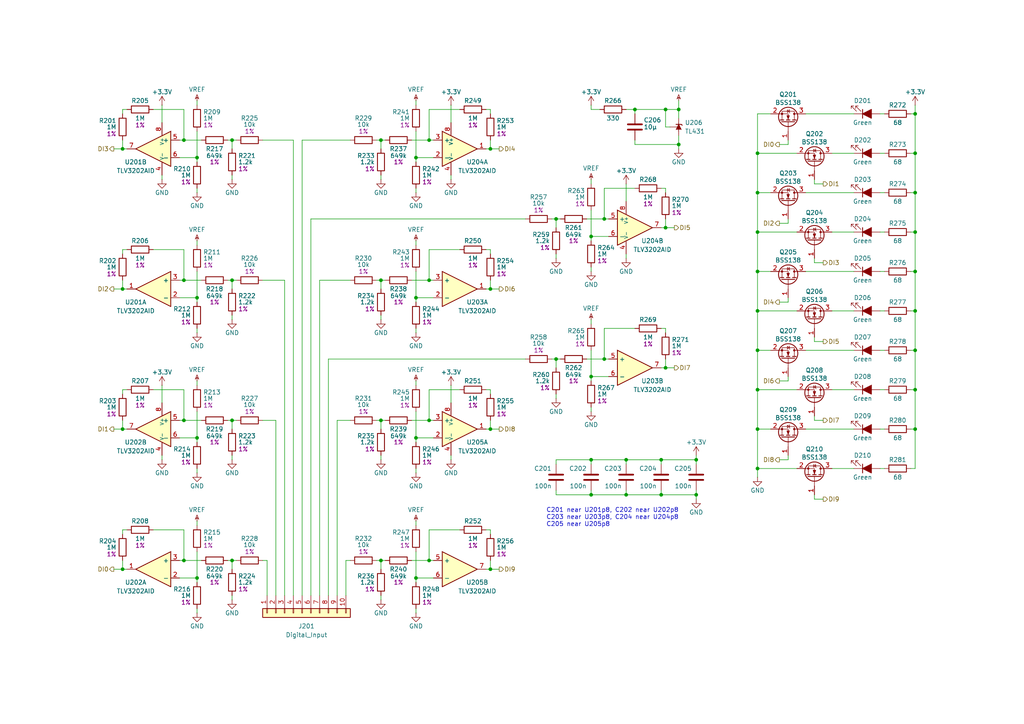
<source format=kicad_sch>
(kicad_sch (version 20250114) (generator "eeschema") (generator_version "9.0")
  (paper "A4")
  (title_block (title "ESP32 Remote IO") (date "2024-10-28") (rev "1") (company "Douglas Almeida"))
  (text_box "C201 near U201p8, C202 near U202p8\nC203 near U203p8, C204 near U204p8\nC205 near U205p8" (at 157.48 146.05 0) (size 40.64 7.62) (margins 0.9524 0.9524 0.9524 0.9524) (stroke (width -0.0001)) (effects (font (size 1.27 1.27)) (justify left)))
  (junction (at 67.31 81.28))
  (junction (at 142.24 124.46))
  (junction (at 142.24 165.1))
  (junction (at 265.43 67.31))
  (junction (at 265.43 90.17))
  (junction (at 219.71 78.74))
  (junction (at 265.43 113.03))
  (junction (at 219.71 135.89))
  (junction (at 110.49 40.64))
  (junction (at 53.34 40.64))
  (junction (at 265.43 124.46))
  (junction (at 219.71 90.17))
  (junction (at 219.71 124.46))
  (junction (at 265.43 55.88))
  (junction (at 110.49 162.56))
  (junction (at 57.15 86.36))
  (junction (at 193.04 31.75))
  (junction (at 175.26 63.5))
  (junction (at 191.77 143.51))
  (junction (at 201.93 143.51))
  (junction (at 57.15 167.64))
  (junction (at 35.56 43.18))
  (junction (at 265.43 33.02))
  (junction (at 35.56 83.82))
  (junction (at 120.65 86.36))
  (junction (at 57.15 45.72))
  (junction (at 142.24 43.18))
  (junction (at 120.65 127))
  (junction (at 171.45 143.51))
  (junction (at 265.43 101.6))
  (junction (at 53.34 121.92))
  (junction (at 161.29 63.5))
  (junction (at 110.49 81.28))
  (junction (at 181.61 143.51))
  (junction (at 196.85 41.91))
  (junction (at 124.46 40.64))
  (junction (at 57.15 127))
  (junction (at 219.71 101.6))
  (junction (at 67.31 162.56))
  (junction (at 161.29 104.14))
  (junction (at 35.56 165.1))
  (junction (at 120.65 45.72))
  (junction (at 124.46 121.92))
  (junction (at 265.43 44.45))
  (junction (at 219.71 113.03))
  (junction (at 110.49 121.92))
  (junction (at 175.26 104.14))
  (junction (at 67.31 40.64))
  (junction (at 171.45 133.35))
  (junction (at 193.04 106.68))
  (junction (at 171.45 68.58))
  (junction (at 201.93 133.35))
  (junction (at 219.71 67.31))
  (junction (at 265.43 78.74))
  (junction (at 191.77 133.35))
  (junction (at 184.15 31.75))
  (junction (at 142.24 83.82))
  (junction (at 124.46 162.56))
  (junction (at 181.61 133.35))
  (junction (at 219.71 55.88))
  (junction (at 196.85 31.75))
  (junction (at 120.65 167.64))
  (junction (at 53.34 81.28))
  (junction (at 67.31 121.92))
  (junction (at 219.71 44.45))
  (junction (at 53.34 162.56))
  (junction (at 171.45 109.22))
  (junction (at 124.46 81.28))
  (junction (at 193.04 66.04))
  (junction (at 35.56 124.46))
  (wire (pts (xy 264.16 44.45) (xy 265.43 44.45)))
  (wire (pts (xy 77.47 162.56) (xy 77.47 172.72)))
  (wire (pts (xy 255.27 55.88) (xy 256.54 55.88)))
  (wire (pts (xy 265.43 124.46) (xy 265.43 135.89)))
  (wire (pts (xy 181.61 73.66) (xy 181.61 74.93)))
  (wire (pts (xy 264.16 55.88) (xy 265.43 55.88)))
  (wire (pts (xy 100.33 162.56) (xy 101.6 162.56)))
  (wire (pts (xy 219.71 90.17) (xy 219.71 101.6)))
  (wire (pts (xy 120.65 45.72) (xy 120.65 46.99)))
  (wire (pts (xy 184.15 40.64) (xy 184.15 41.91)))
  (wire (pts (xy 238.76 76.2) (xy 236.22 76.2)))
  (wire (pts (xy 124.46 31.75) (xy 124.46 40.64)))
  (wire (pts (xy 95.25 104.14) (xy 152.4 104.14)))
  (wire (pts (xy 53.34 162.56) (xy 58.42 162.56)))
  (wire (pts (xy 57.15 167.64) (xy 57.15 168.91)))
  (wire (pts (xy 193.04 66.04) (xy 191.77 66.04)))
  (wire (pts (xy 120.65 119.38) (xy 120.65 127)))
  (wire (pts (xy 67.31 91.44) (xy 67.31 92.71)))
  (wire (pts (xy 193.04 36.83) (xy 193.04 31.75)))
  (wire (pts (xy 265.43 90.17) (xy 265.43 101.6)))
  (wire (pts (xy 181.61 143.51) (xy 171.45 143.51)))
  (wire (pts (xy 52.07 162.56) (xy 53.34 162.56)))
  (wire (pts (xy 53.34 113.03) (xy 53.34 121.92)))
  (wire (pts (xy 193.04 95.25) (xy 193.04 96.52)))
  (wire (pts (xy 140.97 113.03) (xy 142.24 113.03)))
  (wire (pts (xy 264.16 113.03) (xy 265.43 113.03)))
  (wire (pts (xy 142.24 43.18) (xy 144.78 43.18)))
  (wire (pts (xy 53.34 81.28) (xy 58.42 81.28)))
  (wire (pts (xy 142.24 43.18) (xy 140.97 43.18)))
  (wire (pts (xy 241.3 67.31) (xy 247.65 67.31)))
  (wire (pts (xy 66.04 121.92) (xy 67.31 121.92)))
  (wire (pts (xy 35.56 31.75) (xy 35.56 33.02)))
  (wire (pts (xy 110.49 165.1) (xy 110.49 162.56)))
  (wire (pts (xy 223.52 101.6) (xy 219.71 101.6)))
  (wire (pts (xy 161.29 73.66) (xy 161.29 74.93)))
  (wire (pts (xy 265.43 101.6) (xy 265.43 113.03)))
  (wire (pts (xy 191.77 133.35) (xy 191.77 134.62)))
  (wire (pts (xy 241.3 90.17) (xy 247.65 90.17)))
  (wire (pts (xy 125.73 45.72) (xy 120.65 45.72)))
  (wire (pts (xy 161.29 66.04) (xy 161.29 63.5)))
  (wire (pts (xy 53.34 121.92) (xy 58.42 121.92)))
  (wire (pts (xy 171.45 60.96) (xy 171.45 68.58)))
  (wire (pts (xy 67.31 124.46) (xy 67.31 121.92)))
  (wire (pts (xy 36.83 31.75) (xy 35.56 31.75)))
  (wire (pts (xy 57.15 86.36) (xy 57.15 87.63)))
  (wire (pts (xy 46.99 132.08) (xy 46.99 133.35)))
  (wire (pts (xy 44.45 113.03) (xy 53.34 113.03)))
  (wire (pts (xy 161.29 104.14) (xy 162.56 104.14)))
  (wire (pts (xy 219.71 113.03) (xy 231.14 113.03)))
  (wire (pts (xy 176.53 68.58) (xy 171.45 68.58)))
  (wire (pts (xy 142.24 113.03) (xy 142.24 114.3)))
  (wire (pts (xy 140.97 153.67) (xy 142.24 153.67)))
  (wire (pts (xy 219.71 135.89) (xy 231.14 135.89)))
  (wire (pts (xy 120.65 160.02) (xy 120.65 167.64)))
  (wire (pts (xy 35.56 72.39) (xy 35.56 73.66)))
  (wire (pts (xy 264.16 124.46) (xy 265.43 124.46)))
  (wire (pts (xy 171.45 133.35) (xy 171.45 134.62)))
  (wire (pts (xy 142.24 162.56) (xy 142.24 165.1)))
  (wire (pts (xy 228.6 63.5) (xy 228.6 64.77)))
  (wire (pts (xy 142.24 124.46) (xy 144.78 124.46)))
  (wire (pts (xy 184.15 31.75) (xy 193.04 31.75)))
  (wire (pts (xy 265.43 33.02) (xy 265.43 44.45)))
  (wire (pts (xy 181.61 142.24) (xy 181.61 143.51)))
  (wire (pts (xy 176.53 109.22) (xy 171.45 109.22)))
  (wire (pts (xy 109.22 162.56) (xy 110.49 162.56)))
  (wire (pts (xy 171.45 92.71) (xy 171.45 93.98)))
  (wire (pts (xy 100.33 162.56) (xy 100.33 172.72)))
  (wire (pts (xy 36.83 153.67) (xy 35.56 153.67)))
  (wire (pts (xy 171.45 101.6) (xy 171.45 109.22)))
  (wire (pts (xy 238.76 144.78) (xy 236.22 144.78)))
  (wire (pts (xy 130.81 132.08) (xy 130.81 133.35)))
  (wire (pts (xy 142.24 124.46) (xy 140.97 124.46)))
  (wire (pts (xy 238.76 99.06) (xy 236.22 99.06)))
  (wire (pts (xy 191.77 133.35) (xy 181.61 133.35)))
  (wire (pts (xy 219.71 44.45) (xy 231.14 44.45)))
  (wire (pts (xy 201.93 133.35) (xy 191.77 133.35)))
  (wire (pts (xy 181.61 133.35) (xy 181.61 134.62)))
  (wire (pts (xy 52.07 127) (xy 57.15 127)))
  (wire (pts (xy 109.22 40.64) (xy 110.49 40.64)))
  (wire (pts (xy 196.85 43.18) (xy 196.85 41.91)))
  (wire (pts (xy 175.26 95.25) (xy 175.26 104.14)))
  (wire (pts (xy 142.24 83.82) (xy 140.97 83.82)))
  (wire (pts (xy 255.27 33.02) (xy 256.54 33.02)))
  (wire (pts (xy 52.07 167.64) (xy 57.15 167.64)))
  (wire (pts (xy 130.81 111.76) (xy 130.81 116.84)))
  (wire (pts (xy 124.46 121.92) (xy 119.38 121.92)))
  (wire (pts (xy 109.22 121.92) (xy 110.49 121.92)))
  (wire (pts (xy 124.46 113.03) (xy 124.46 121.92)))
  (wire (pts (xy 120.65 95.25) (xy 120.65 96.52)))
  (wire (pts (xy 160.02 104.14) (xy 161.29 104.14)))
  (wire (pts (xy 125.73 86.36) (xy 120.65 86.36)))
  (wire (pts (xy 120.65 110.49) (xy 120.65 111.76)))
  (wire (pts (xy 35.56 113.03) (xy 35.56 114.3)))
  (wire (pts (xy 57.15 110.49) (xy 57.15 111.76)))
  (wire (pts (xy 66.04 162.56) (xy 67.31 162.56)))
  (wire (pts (xy 76.2 40.64) (xy 85.09 40.64)))
  (wire (pts (xy 236.22 52.07) (xy 236.22 53.34)))
  (wire (pts (xy 142.24 31.75) (xy 142.24 33.02)))
  (wire (pts (xy 110.49 43.18) (xy 110.49 40.64)))
  (wire (pts (xy 110.49 132.08) (xy 110.49 133.35)))
  (wire (pts (xy 68.58 81.28) (xy 67.31 81.28)))
  (wire (pts (xy 120.65 78.74) (xy 120.65 86.36)))
  (wire (pts (xy 35.56 121.92) (xy 35.56 124.46)))
  (wire (pts (xy 264.16 90.17) (xy 265.43 90.17)))
  (wire (pts (xy 219.71 90.17) (xy 219.71 78.74)))
  (wire (pts (xy 223.52 78.74) (xy 219.71 78.74)))
  (wire (pts (xy 140.97 31.75) (xy 142.24 31.75)))
  (wire (pts (xy 219.71 90.17) (xy 231.14 90.17)))
  (wire (pts (xy 125.73 121.92) (xy 124.46 121.92)))
  (wire (pts (xy 90.17 63.5) (xy 152.4 63.5)))
  (wire (pts (xy 142.24 121.92) (xy 142.24 124.46)))
  (wire (pts (xy 161.29 63.5) (xy 162.56 63.5)))
  (wire (pts (xy 53.34 40.64) (xy 58.42 40.64)))
  (wire (pts (xy 142.24 83.82) (xy 144.78 83.82)))
  (wire (pts (xy 35.56 40.64) (xy 35.56 43.18)))
  (wire (pts (xy 193.04 63.5) (xy 193.04 66.04)))
  (wire (pts (xy 35.56 124.46) (xy 36.83 124.46)))
  (wire (pts (xy 201.93 132.08) (xy 201.93 133.35)))
  (wire (pts (xy 184.15 33.02) (xy 184.15 31.75)))
  (wire (pts (xy 124.46 81.28) (xy 119.38 81.28)))
  (wire (pts (xy 36.83 72.39) (xy 35.56 72.39)))
  (wire (pts (xy 95.25 104.14) (xy 95.25 172.72)))
  (wire (pts (xy 57.15 176.53) (xy 57.15 177.8)))
  (wire (pts (xy 264.16 135.89) (xy 265.43 135.89)))
  (wire (pts (xy 35.56 165.1) (xy 36.83 165.1)))
  (wire (pts (xy 223.52 33.02) (xy 219.71 33.02)))
  (wire (pts (xy 68.58 121.92) (xy 67.31 121.92)))
  (wire (pts (xy 184.15 95.25) (xy 175.26 95.25)))
  (wire (pts (xy 57.15 119.38) (xy 57.15 127)))
  (wire (pts (xy 194.31 36.83) (xy 193.04 36.83)))
  (wire (pts (xy 87.63 40.64) (xy 101.6 40.64)))
  (wire (pts (xy 52.07 45.72) (xy 57.15 45.72)))
  (wire (pts (xy 92.71 81.28) (xy 92.71 172.72)))
  (wire (pts (xy 52.07 86.36) (xy 57.15 86.36)))
  (wire (pts (xy 236.22 120.65) (xy 236.22 121.92)))
  (wire (pts (xy 120.65 151.13) (xy 120.65 152.4)))
  (wire (pts (xy 140.97 72.39) (xy 142.24 72.39)))
  (wire (pts (xy 161.29 133.35) (xy 161.29 134.62)))
  (wire (pts (xy 120.65 86.36) (xy 120.65 87.63)))
  (wire (pts (xy 233.68 55.88) (xy 247.65 55.88)))
  (wire (pts (xy 256.54 124.46) (xy 255.27 124.46)))
  (wire (pts (xy 161.29 114.3) (xy 161.29 115.57)))
  (wire (pts (xy 176.53 104.14) (xy 175.26 104.14)))
  (wire (pts (xy 265.43 30.48) (xy 265.43 33.02)))
  (wire (pts (xy 191.77 54.61) (xy 193.04 54.61)))
  (wire (pts (xy 80.01 121.92) (xy 80.01 172.72)))
  (wire (pts (xy 241.3 44.45) (xy 247.65 44.45)))
  (wire (pts (xy 57.15 160.02) (xy 57.15 167.64)))
  (wire (pts (xy 57.15 151.13) (xy 57.15 152.4)))
  (wire (pts (xy 125.73 167.64) (xy 120.65 167.64)))
  (wire (pts (xy 196.85 39.37) (xy 196.85 41.91)))
  (wire (pts (xy 264.16 78.74) (xy 265.43 78.74)))
  (wire (pts (xy 191.77 143.51) (xy 181.61 143.51)))
  (wire (pts (xy 35.56 43.18) (xy 36.83 43.18)))
  (wire (pts (xy 255.27 78.74) (xy 256.54 78.74)))
  (wire (pts (xy 68.58 162.56) (xy 67.31 162.56)))
  (wire (pts (xy 219.71 67.31) (xy 231.14 67.31)))
  (wire (pts (xy 57.15 69.85) (xy 57.15 71.12)))
  (wire (pts (xy 125.73 162.56) (xy 124.46 162.56)))
  (wire (pts (xy 52.07 81.28) (xy 53.34 81.28)))
  (wire (pts (xy 67.31 40.64) (xy 67.31 43.18)))
  (wire (pts (xy 120.65 69.85) (xy 120.65 71.12)))
  (wire (pts (xy 193.04 104.14) (xy 193.04 106.68)))
  (wire (pts (xy 219.71 67.31) (xy 219.71 78.74)))
  (wire (pts (xy 87.63 172.72) (xy 87.63 40.64)))
  (wire (pts (xy 97.79 121.92) (xy 101.6 121.92)))
  (wire (pts (xy 133.35 153.67) (xy 124.46 153.67)))
  (wire (pts (xy 125.73 127) (xy 120.65 127)))
  (wire (pts (xy 85.09 172.72) (xy 85.09 40.64)))
  (wire (pts (xy 110.49 172.72) (xy 110.49 173.99)))
  (wire (pts (xy 161.29 142.24) (xy 161.29 143.51)))
  (wire (pts (xy 57.15 29.21) (xy 57.15 30.48)))
  (wire (pts (xy 238.76 53.34) (xy 236.22 53.34)))
  (wire (pts (xy 110.49 81.28) (xy 111.76 81.28)))
  (wire (pts (xy 226.06 64.77) (xy 228.6 64.77)))
  (wire (pts (xy 256.54 90.17) (xy 255.27 90.17)))
  (wire (pts (xy 265.43 67.31) (xy 265.43 78.74)))
  (wire (pts (xy 226.06 110.49) (xy 228.6 110.49)))
  (wire (pts (xy 171.45 31.75) (xy 173.99 31.75)))
  (wire (pts (xy 219.71 113.03) (xy 219.71 124.46)))
  (wire (pts (xy 181.61 31.75) (xy 184.15 31.75)))
  (wire (pts (xy 265.43 44.45) (xy 265.43 55.88)))
  (wire (pts (xy 228.6 109.22) (xy 228.6 110.49)))
  (wire (pts (xy 130.81 30.48) (xy 130.81 35.56)))
  (wire (pts (xy 255.27 67.31) (xy 256.54 67.31)))
  (wire (pts (xy 191.77 95.25) (xy 193.04 95.25)))
  (wire (pts (xy 57.15 45.72) (xy 57.15 46.99)))
  (wire (pts (xy 241.3 113.03) (xy 247.65 113.03)))
  (wire (pts (xy 219.71 67.31) (xy 219.71 55.88)))
  (wire (pts (xy 255.27 44.45) (xy 256.54 44.45)))
  (wire (pts (xy 110.49 124.46) (xy 110.49 121.92)))
  (wire (pts (xy 233.68 78.74) (xy 247.65 78.74)))
  (wire (pts (xy 161.29 106.68) (xy 161.29 104.14)))
  (wire (pts (xy 109.22 81.28) (xy 110.49 81.28)))
  (wire (pts (xy 219.71 135.89) (xy 219.71 124.46)))
  (wire (pts (xy 219.71 113.03) (xy 219.71 101.6)))
  (wire (pts (xy 142.24 40.64) (xy 142.24 43.18)))
  (wire (pts (xy 120.65 38.1) (xy 120.65 45.72)))
  (wire (pts (xy 171.45 30.48) (xy 171.45 31.75)))
  (wire (pts (xy 133.35 113.03) (xy 124.46 113.03)))
  (wire (pts (xy 120.65 127) (xy 120.65 128.27)))
  (wire (pts (xy 66.04 40.64) (xy 67.31 40.64)))
  (wire (pts (xy 133.35 72.39) (xy 124.46 72.39)))
  (wire (pts (xy 35.56 83.82) (xy 33.02 83.82)))
  (wire (pts (xy 67.31 165.1) (xy 67.31 162.56)))
  (wire (pts (xy 219.71 55.88) (xy 223.52 55.88)))
  (wire (pts (xy 201.93 133.35) (xy 201.93 134.62)))
  (wire (pts (xy 125.73 81.28) (xy 124.46 81.28)))
  (wire (pts (xy 219.71 44.45) (xy 219.71 55.88)))
  (wire (pts (xy 175.26 104.14) (xy 170.18 104.14)))
  (wire (pts (xy 68.58 40.64) (xy 67.31 40.64)))
  (wire (pts (xy 67.31 172.72) (xy 67.31 173.99)))
  (wire (pts (xy 193.04 106.68) (xy 191.77 106.68)))
  (wire (pts (xy 233.68 124.46) (xy 247.65 124.46)))
  (wire (pts (xy 110.49 162.56) (xy 111.76 162.56)))
  (wire (pts (xy 223.52 124.46) (xy 219.71 124.46)))
  (wire (pts (xy 52.07 121.92) (xy 53.34 121.92)))
  (wire (pts (xy 76.2 162.56) (xy 77.47 162.56)))
  (wire (pts (xy 110.49 50.8) (xy 110.49 52.07)))
  (wire (pts (xy 256.54 101.6) (xy 255.27 101.6)))
  (wire (pts (xy 36.83 113.03) (xy 35.56 113.03)))
  (wire (pts (xy 57.15 78.74) (xy 57.15 86.36)))
  (wire (pts (xy 46.99 111.76) (xy 46.99 116.84)))
  (wire (pts (xy 228.6 86.36) (xy 228.6 87.63)))
  (wire (pts (xy 175.26 54.61) (xy 175.26 63.5)))
  (wire (pts (xy 142.24 153.67) (xy 142.24 154.94)))
  (wire (pts (xy 57.15 127) (xy 57.15 128.27)))
  (wire (pts (xy 124.46 72.39) (xy 124.46 81.28)))
  (wire (pts (xy 219.71 33.02) (xy 219.71 44.45)))
  (wire (pts (xy 110.49 40.64) (xy 111.76 40.64)))
  (wire (pts (xy 120.65 167.64) (xy 120.65 168.91)))
  (wire (pts (xy 130.81 50.8) (xy 130.81 52.07)))
  (wire (pts (xy 67.31 83.82) (xy 67.31 81.28)))
  (wire (pts (xy 201.93 143.51) (xy 191.77 143.51)))
  (wire (pts (xy 142.24 165.1) (xy 144.78 165.1)))
  (wire (pts (xy 226.06 41.91) (xy 228.6 41.91)))
  (wire (pts (xy 181.61 53.34) (xy 181.61 58.42)))
  (wire (pts (xy 76.2 81.28) (xy 82.55 81.28)))
  (wire (pts (xy 35.56 165.1) (xy 33.02 165.1)))
  (wire (pts (xy 67.31 50.8) (xy 67.31 52.07)))
  (wire (pts (xy 236.22 143.51) (xy 236.22 144.78)))
  (wire (pts (xy 53.34 72.39) (xy 53.34 81.28)))
  (wire (pts (xy 265.43 55.88) (xy 265.43 67.31)))
  (wire (pts (xy 124.46 153.67) (xy 124.46 162.56)))
  (wire (pts (xy 35.56 153.67) (xy 35.56 154.94)))
  (wire (pts (xy 241.3 135.89) (xy 247.65 135.89)))
  (wire (pts (xy 46.99 30.48) (xy 46.99 35.56)))
  (wire (pts (xy 35.56 124.46) (xy 33.02 124.46)))
  (wire (pts (xy 264.16 67.31) (xy 265.43 67.31)))
  (wire (pts (xy 101.6 81.28) (xy 92.71 81.28)))
  (wire (pts (xy 53.34 31.75) (xy 53.34 40.64)))
  (wire (pts (xy 196.85 29.21) (xy 196.85 31.75)))
  (wire (pts (xy 264.16 101.6) (xy 265.43 101.6)))
  (wire (pts (xy 256.54 135.89) (xy 255.27 135.89)))
  (wire (pts (xy 90.17 172.72) (xy 90.17 63.5)))
  (wire (pts (xy 35.56 81.28) (xy 35.56 83.82)))
  (wire (pts (xy 53.34 153.67) (xy 53.34 162.56)))
  (wire (pts (xy 142.24 81.28) (xy 142.24 83.82)))
  (wire (pts (xy 110.49 121.92) (xy 111.76 121.92)))
  (wire (pts (xy 171.45 109.22) (xy 171.45 110.49)))
  (wire (pts (xy 35.56 83.82) (xy 36.83 83.82)))
  (wire (pts (xy 142.24 72.39) (xy 142.24 73.66)))
  (wire (pts (xy 35.56 162.56) (xy 35.56 165.1)))
  (wire (pts (xy 228.6 132.08) (xy 228.6 133.35)))
  (wire (pts (xy 256.54 113.03) (xy 255.27 113.03)))
  (wire (pts (xy 44.45 31.75) (xy 53.34 31.75)))
  (wire (pts (xy 124.46 40.64) (xy 119.38 40.64)))
  (wire (pts (xy 171.45 52.07) (xy 171.45 53.34)))
  (wire (pts (xy 67.31 132.08) (xy 67.31 133.35)))
  (wire (pts (xy 160.02 63.5) (xy 161.29 63.5)))
  (wire (pts (xy 238.76 121.92) (xy 236.22 121.92)))
  (wire (pts (xy 171.45 143.51) (xy 161.29 143.51)))
  (wire (pts (xy 233.68 33.02) (xy 247.65 33.02)))
  (wire (pts (xy 196.85 31.75) (xy 196.85 34.29)))
  (wire (pts (xy 57.15 38.1) (xy 57.15 45.72)))
  (wire (pts (xy 175.26 63.5) (xy 170.18 63.5)))
  (wire (pts (xy 171.45 142.24) (xy 171.45 143.51)))
  (wire (pts (xy 265.43 113.03) (xy 265.43 124.46)))
  (wire (pts (xy 57.15 95.25) (xy 57.15 96.52)))
  (wire (pts (xy 171.45 68.58) (xy 171.45 69.85)))
  (wire (pts (xy 226.06 87.63) (xy 228.6 87.63)))
  (wire (pts (xy 193.04 31.75) (xy 196.85 31.75)))
  (wire (pts (xy 82.55 172.72) (xy 82.55 81.28)))
  (wire (pts (xy 120.65 54.61) (xy 120.65 55.88)))
  (wire (pts (xy 233.68 101.6) (xy 247.65 101.6)))
  (wire (pts (xy 133.35 31.75) (xy 124.46 31.75)))
  (wire (pts (xy 66.04 81.28) (xy 67.31 81.28)))
  (wire (pts (xy 124.46 162.56) (xy 119.38 162.56)))
  (wire (pts (xy 236.22 74.93) (xy 236.22 76.2)))
  (wire (pts (xy 76.2 121.92) (xy 80.01 121.92)))
  (wire (pts (xy 264.16 33.02) (xy 265.43 33.02)))
  (wire (pts (xy 110.49 83.82) (xy 110.49 81.28)))
  (wire (pts (xy 120.65 176.53) (xy 120.65 177.8)))
  (wire (pts (xy 265.43 78.74) (xy 265.43 90.17)))
  (wire (pts (xy 201.93 142.24) (xy 201.93 143.51)))
  (wire (pts (xy 193.04 54.61) (xy 193.04 55.88)))
  (wire (pts (xy 191.77 142.24) (xy 191.77 143.51)))
  (wire (pts (xy 181.61 133.35) (xy 171.45 133.35)))
  (wire (pts (xy 125.73 40.64) (xy 124.46 40.64)))
  (wire (pts (xy 142.24 165.1) (xy 140.97 165.1)))
  (wire (pts (xy 193.04 66.04) (xy 195.58 66.04)))
  (wire (pts (xy 184.15 41.91) (xy 196.85 41.91)))
  (wire (pts (xy 52.07 40.64) (xy 53.34 40.64)))
  (wire (pts (xy 219.71 135.89) (xy 219.71 138.43)))
  (wire (pts (xy 184.15 54.61) (xy 175.26 54.61)))
  (wire (pts (xy 228.6 40.64) (xy 228.6 41.91)))
  (wire (pts (xy 46.99 50.8) (xy 46.99 52.07)))
  (wire (pts (xy 120.65 29.21) (xy 120.65 30.48)))
  (wire (pts (xy 176.53 63.5) (xy 175.26 63.5)))
  (wire (pts (xy 110.49 91.44) (xy 110.49 92.71)))
  (wire (pts (xy 171.45 133.35) (xy 161.29 133.35)))
  (wire (pts (xy 171.45 118.11) (xy 171.45 119.38)))
  (wire (pts (xy 120.65 135.89) (xy 120.65 137.16)))
  (wire (pts (xy 226.06 133.35) (xy 228.6 133.35)))
  (wire (pts (xy 193.04 106.68) (xy 195.58 106.68)))
  (wire (pts (xy 57.15 54.61) (xy 57.15 55.88)))
  (wire (pts (xy 236.22 97.79) (xy 236.22 99.06)))
  (wire (pts (xy 201.93 143.51) (xy 201.93 144.78)))
  (wire (pts (xy 57.15 135.89) (xy 57.15 137.16)))
  (wire (pts (xy 44.45 72.39) (xy 53.34 72.39)))
  (wire (pts (xy 171.45 77.47) (xy 171.45 78.74)))
  (wire (pts (xy 97.79 121.92) (xy 97.79 172.72)))
  (wire (pts (xy 33.02 43.18) (xy 35.56 43.18)))
  (wire (pts (xy 44.45 153.67) (xy 53.34 153.67)))
  (hierarchical_label "DI6" (shape output) (at 226.06 110.49 180))
  (hierarchical_label "DI3" (shape output) (at 238.76 76.2 0))
  (hierarchical_label "DI7" (shape output) (at 195.58 106.68 0))
  (hierarchical_label "DI3" (shape output) (at 33.02 43.18 180))
  (hierarchical_label "DI1" (shape output) (at 238.76 53.34 0))
  (hierarchical_label "DI0" (shape output) (at 226.06 41.91 180))
  (hierarchical_label "DI5" (shape output) (at 238.76 99.06 0))
  (hierarchical_label "DI6" (shape output) (at 144.78 83.82 0))
  (hierarchical_label "DI5" (shape output) (at 195.58 66.04 0))
  (hierarchical_label "DI7" (shape output) (at 238.76 121.92 0))
  (hierarchical_label "DI9" (shape output) (at 144.78 165.1 0))
  (hierarchical_label "DI4" (shape output) (at 226.06 87.63 180))
  (hierarchical_label "DI8" (shape output) (at 144.78 124.46 0))
  (hierarchical_label "DI0" (shape output) (at 33.02 165.1 180))
  (hierarchical_label "DI9" (shape output) (at 238.76 144.78 0))
  (hierarchical_label "DI2" (shape output) (at 33.02 83.82 180))
  (hierarchical_label "DI1" (shape output) (at 33.02 124.46 180))
  (hierarchical_label "DI4" (shape output) (at 144.78 43.18 0))
  (hierarchical_label "DI8" (shape output) (at 226.06 133.35 180))
  (hierarchical_label "DI2" (shape output) (at 226.06 64.77 180))
  (symbol (lib_id "esp32_rio-symbols:Conn_01x10") (at 87.63 177.8 90) (mirror x) (unit 1)
    (property "Reference" "J201" (at 88.9 181.61 90))
    (property "Value" "Digital_Input" (at 88.9 184.15 90))
    (property "Footprint" "esp32_rio-footprints:Kefa_KF142V-5.08-10P" (effects (hide yes)))
    (property "Description" "Generic connector, single row, 01x10, script generated (kicad-library-utils/schlib/autogen/connector/)" (effects (hide yes)))
    (property "Part#" "KF142V-5.08-10P" (effects (hide yes)))
  )
  (symbol (lib_id "power:GND") (at 120.65 177.8 0) (mirror y) (unit 1)
    (property "Reference" "#PWR0234" (effects (hide yes)))
    (property "Value" "GND" (at 120.65 181.61 0))
  )
  (symbol (lib_id "power:GND") (at 201.93 144.78 0) (unit 1)
    (property "Reference" "#PWR0207" (effects (hide yes)))
    (property "Value" "GND" (at 201.93 148.59 0))
  )
  (symbol (lib_id "esp32_rio-symbols:R") (at 35.56 118.11 0) (unit 1)
    (property "Reference" "R203" (at 33.782 115.57 0) (effects (justify right top)))
    (property "Value" "1M" (at 33.782 118.11 0) (effects (justify right)))
    (property "Footprint" "Resistor_SMD:R_0603_1608Metric" (effects (hide yes)))
    (property "Description" "Resistor" (effects (hide yes)))
    (property "Tolerance" "1%" (at 33.782 119.38 0) (effects (justify right top)))
    (property "Part#" "RC0603FR-071ML" (effects (hide yes)))
  )
  (symbol (lib_id "power:+3.3V") (at 171.45 30.48 0) (unit 1)
    (property "Reference" "#PWR0202" (effects (hide yes)))
    (property "Value" "+3.3V" (at 171.45 26.67 0))
    (property "Description" "Power symbol creates a global label with name \"+3.3V\"" (effects (hide yes)))
  )
  (symbol (lib_id "esp32_rio-symbols:BSS138") (at 236.22 138.43 270) (mirror x) (unit 1)
    (property "Reference" "Q210" (at 236.22 129.54 90) (effects (justify bottom)))
    (property "Value" "BSS138" (at 236.22 133.35 90) (effects (justify top)))
    (property "Footprint" "Package_TO_SOT_SMD:SOT-23" (effects (hide yes)))
    (property "Datasheet" "https://www.onsemi.com/pub/Collateral/BSS138-D.PDF" (effects (hide yes)))
    (property "Description" "50V Vds, 0.22A Id, N-Channel MOSFET, SOT-23" (effects (hide yes)))
    (property "Part#" "BSS138-7-F" (effects (hide yes)))
  )
  (symbol (lib_id "esp32_rio-symbols:R") (at 142.24 77.47 0) (mirror y) (unit 1)
    (property "Reference" "R254" (at 144.018 74.93 0) (effects (justify right top)))
    (property "Value" "1M" (at 144.018 77.47 0) (effects (justify right)))
    (property "Footprint" "Resistor_SMD:R_0603_1608Metric" (effects (hide yes)))
    (property "Description" "Resistor" (effects (hide yes)))
    (property "Tolerance" "1%" (at 144.018 78.74 0) (effects (justify right top)))
    (property "Part#" "RC0603FR-071ML" (effects (hide yes)))
  )
  (symbol (lib_id "esp32_rio-symbols:R") (at 120.65 115.57 0) (unit 1)
    (property "Reference" "R245" (at 118.872 113.03 0) (effects (justify right top)))
    (property "Value" "1M" (at 118.872 115.57 0) (effects (justify right)))
    (property "Footprint" "Resistor_SMD:R_0603_1608Metric" (effects (hide yes)))
    (property "Description" "Resistor" (effects (hide yes)))
    (property "Tolerance" "1%" (at 118.872 116.84 0) (effects (justify right top)))
    (property "Part#" "RC0603FR-071ML" (effects (hide yes)))
  )
  (symbol (lib_id "power:GND") (at 110.49 173.99 0) (unit 1)
    (property "Reference" "#PWR0226" (effects (hide yes)))
    (property "Value" "GND" (at 110.49 177.8 0))
  )
  (symbol (lib_id "power:HT") (at 57.15 29.21 0) (unit 1)
    (property "Reference" "#PWR0255" (effects (hide yes)))
    (property "Value" "VREF" (at 57.15 26.67 0) (effects (justify bottom)))
    (property "Description" "Power symbol creates a global label with name \"VREF\"" (effects (hide yes)))
  )
  (symbol (lib_id "power:GND") (at 130.81 133.35 0) (mirror y) (unit 1)
    (property "Reference" "#PWR0238" (effects (hide yes)))
    (property "Value" "GND" (at 130.81 137.16 0))
  )
  (symbol (lib_id "esp32_rio-symbols:R") (at 110.49 87.63 0) (unit 1)
    (property "Reference" "R234" (at 108.712 85.09 0) (effects (justify right top)))
    (property "Value" "1.2k" (at 108.712 87.63 0) (effects (justify right)))
    (property "Footprint" "Resistor_SMD:R_0603_1608Metric" (effects (hide yes)))
    (property "Description" "Resistor" (effects (hide yes)))
    (property "Tolerance" "1%" (at 108.712 88.9 0) (effects (justify right top)))
    (property "Part#" "RC0603FR-071K2L" (effects (hide yes)))
  )
  (symbol (lib_id "esp32_rio-symbols:C") (at 191.77 138.43 0) (mirror y) (unit 1)
    (property "Reference" "C204" (at 190.5 135.89 0) (effects (justify left)))
    (property "Value" "100n" (at 190.5 140.97 0) (effects (justify left)))
    (property "Footprint" "Capacitor_SMD:C_0603_1608Metric" (effects (hide yes)))
    (property "Description" "Unpolarized capacitor" (effects (hide yes)))
    (property "Part#" "CC0603JRX7R9BB104" (effects (hide yes)))
  )
  (symbol (lib_id "power:+3.3V") (at 130.81 30.48 0) (unit 1)
    (property "Reference" "#PWR0235" (effects (hide yes)))
    (property "Value" "+3.3V" (at 130.81 26.67 0))
    (property "Description" "Power symbol creates a global label with name \"+3.3V\"" (effects (hide yes)))
  )
  (symbol (lib_id "esp32_rio-symbols:R") (at 57.15 156.21 0) (mirror y) (unit 1)
    (property "Reference" "R215" (at 58.928 153.67 0) (effects (justify right top)))
    (property "Value" "1M" (at 58.928 156.21 0) (effects (justify right)))
    (property "Footprint" "Resistor_SMD:R_0603_1608Metric" (effects (hide yes)))
    (property "Description" "Resistor" (effects (hide yes)))
    (property "Tolerance" "1%" (at 58.928 157.48 0) (effects (justify right top)))
    (property "Part#" "RC0603FR-071ML" (effects (hide yes)))
  )
  (symbol (lib_id "esp32_rio-symbols:TLV3202AID") (at 128.27 43.18 0) (mirror y) (unit 3)
    (property "Reference" "U203" (effects (hide yes)))
    (property "Value" "TLV3202AID" (effects (hide yes)))
    (property "Footprint" "Package_SO:SOIC-8_3.9x4.9mm_P1.27mm" (effects (hide yes)))
    (property "Datasheet" "http://www.ti.com/lit/ds/symlink/tlv3202.pdf" (effects (hide yes)))
    (property "Description" "Low-Power, Low-Offset Voltage, Dual Comparators, SOIC-8/VSSOP-8" (effects (hide yes)))
    (property "Part#" "TLV3202AIDR" (effects (hide yes)))
  )
  (symbol (lib_id "esp32_rio-symbols:BSS138") (at 228.6 104.14 270) (mirror x) (unit 1)
    (property "Reference" "Q207" (at 228.6 95.25 90) (effects (justify bottom)))
    (property "Value" "BSS138" (at 228.6 99.06 90) (effects (justify top)))
    (property "Footprint" "Package_TO_SOT_SMD:SOT-23" (effects (hide yes)))
    (property "Datasheet" "https://www.onsemi.com/pub/Collateral/BSS138-D.PDF" (effects (hide yes)))
    (property "Description" "50V Vds, 0.22A Id, N-Channel MOSFET, SOT-23" (effects (hide yes)))
    (property "Part#" "BSS138-7-F" (effects (hide yes)))
  )
  (symbol (lib_id "esp32_rio-symbols:TLV3202AID") (at 44.45 124.46 0) (mirror y) (unit 3)
    (property "Reference" "U202" (effects (hide yes)))
    (property "Value" "TLV3202AID" (effects (hide yes)))
    (property "Footprint" "Package_SO:SOIC-8_3.9x4.9mm_P1.27mm" (effects (hide yes)))
    (property "Datasheet" "http://www.ti.com/lit/ds/symlink/tlv3202.pdf" (effects (hide yes)))
    (property "Description" "Low-Power, Low-Offset Voltage, Dual Comparators, SOIC-8/VSSOP-8" (effects (hide yes)))
    (property "Part#" "TLV3202AIDR" (effects (hide yes)))
  )
  (symbol (lib_id "esp32_rio-symbols:R") (at 142.24 118.11 0) (mirror y) (unit 1)
    (property "Reference" "R255" (at 144.018 115.57 0) (effects (justify right top)))
    (property "Value" "1M" (at 144.018 118.11 0) (effects (justify right)))
    (property "Footprint" "Resistor_SMD:R_0603_1608Metric" (effects (hide yes)))
    (property "Description" "Resistor" (effects (hide yes)))
    (property "Tolerance" "1%" (at 144.018 119.38 0) (effects (justify right top)))
    (property "Part#" "RC0603FR-071ML" (effects (hide yes)))
  )
  (symbol (lib_id "esp32_rio-symbols:TLV3202AID") (at 44.45 43.18 0) (mirror y) (unit 2)
    (property "Reference" "U201" (at 39.37 46.99 0))
    (property "Value" "TLV3202AID" (at 39.37 49.53 0))
    (property "Footprint" "Package_SO:SOIC-8_3.9x4.9mm_P1.27mm" (effects (hide yes)))
    (property "Datasheet" "http://www.ti.com/lit/ds/symlink/tlv3202.pdf" (effects (hide yes)))
    (property "Description" "Low-Power, Low-Offset Voltage, Dual Comparators, SOIC-8/VSSOP-8" (effects (hide yes)))
    (property "Part#" "TLV3202AIDR" (effects (hide yes)))
  )
  (symbol (lib_id "power:HT") (at 171.45 52.07 0) (unit 1)
    (property "Reference" "#PWR0203" (effects (hide yes)))
    (property "Value" "VREF" (at 171.45 49.53 0) (effects (justify bottom)))
    (property "Description" "Power symbol creates a global label with name \"VREF\"" (effects (hide yes)))
  )
  (symbol (lib_id "esp32_rio-symbols:R") (at 62.23 162.56 270) (mirror x) (unit 1)
    (property "Reference" "R220" (at 62.23 165.1 90))
    (property "Value" "649k" (at 62.23 166.37 90) (effects (justify bottom)))
    (property "Footprint" "Resistor_SMD:R_0603_1608Metric" (effects (hide yes)))
    (property "Description" "Resistor" (effects (hide yes)))
    (property "Tolerance" "1%" (at 62.23 168.91 90))
    (property "Part#" "RC0603FR-07649KL" (effects (hide yes)))
  )
  (symbol (lib_id "esp32_rio-symbols:LED_Filled") (at 251.46 113.03 0) (mirror x) (unit 1)
    (property "Reference" "D208" (at 250.19 109.22 0))
    (property "Value" "Green" (at 250.19 115.57 0))
    (property "Footprint" "esp32_rio-footprints:LED_D3.0mm" (effects (hide yes)))
    (property "Description" "Light emitting diode, filled shape" (effects (hide yes)))
    (property "Part#" "204-10SYGD/S530-E2-L" (effects (hide yes)))
  )
  (symbol (lib_id "esp32_rio-symbols:TLV3202AID") (at 184.15 106.68 0) (unit 2)
    (property "Reference" "U203" (at 189.23 110.49 0))
    (property "Value" "TLV3202AID" (at 189.23 113.03 0))
    (property "Footprint" "Package_SO:SOIC-8_3.9x4.9mm_P1.27mm" (effects (hide yes)))
    (property "Datasheet" "http://www.ti.com/lit/ds/symlink/tlv3202.pdf" (effects (hide yes)))
    (property "Description" "Low-Power, Low-Offset Voltage, Dual Comparators, SOIC-8/VSSOP-8" (effects (hide yes)))
    (property "Part#" "TLV3202AIDR" (effects (hide yes)))
  )
  (symbol (lib_id "esp32_rio-symbols:R") (at 260.35 90.17 90) (unit 1)
    (property "Reference" "R277" (at 260.35 87.63 90))
    (property "Value" "68" (at 260.35 92.71 90))
    (property "Footprint" "Resistor_SMD:R_0603_1608Metric" (effects (hide yes)))
    (property "Description" "Resistor" (effects (hide yes)))
    (property "Part#" "RC0603FR-0768RL" (effects (hide yes)))
  )
  (symbol (lib_id "esp32_rio-symbols:R") (at 115.57 40.64 90) (unit 1)
    (property "Reference" "R237" (at 115.57 43.18 90))
    (property "Value" "649k" (at 115.57 44.45 90) (effects (justify bottom)))
    (property "Footprint" "Resistor_SMD:R_0603_1608Metric" (effects (hide yes)))
    (property "Description" "Resistor" (effects (hide yes)))
    (property "Tolerance" "1%" (at 115.57 46.99 90))
    (property "Part#" "RC0603FR-07649KL" (effects (hide yes)))
  )
  (symbol (lib_id "power:+3.3V") (at 265.43 30.48 0) (unit 1)
    (property "Reference" "#PWR0208" (effects (hide yes)))
    (property "Value" "+3.3V" (at 265.43 26.67 0))
    (property "Description" "Power symbol creates a global label with name \"+3.3V\"" (effects (hide yes)))
  )
  (symbol (lib_id "esp32_rio-symbols:R") (at 171.45 97.79 0) (unit 1)
    (property "Reference" "R265" (at 169.672 95.25 0) (effects (justify right top)))
    (property "Value" "1M" (at 169.672 97.79 0) (effects (justify right)))
    (property "Footprint" "Resistor_SMD:R_0603_1608Metric" (effects (hide yes)))
    (property "Description" "Resistor" (effects (hide yes)))
    (property "Tolerance" "1%" (at 169.672 99.06 0) (effects (justify right top)))
    (property "Part#" "RC0603FR-071ML" (effects (hide yes)))
  )
  (symbol (lib_id "esp32_rio-symbols:R") (at 120.65 156.21 0) (unit 1)
    (property "Reference" "R247" (at 118.872 153.67 0) (effects (justify right top)))
    (property "Value" "1M" (at 118.872 156.21 0) (effects (justify right)))
    (property "Footprint" "Resistor_SMD:R_0603_1608Metric" (effects (hide yes)))
    (property "Description" "Resistor" (effects (hide yes)))
    (property "Tolerance" "1%" (at 118.872 157.48 0) (effects (justify right top)))
    (property "Part#" "RC0603FR-071ML" (effects (hide yes)))
  )
  (symbol (lib_id "power:GND") (at 120.65 55.88 0) (mirror y) (unit 1)
    (property "Reference" "#PWR0228" (effects (hide yes)))
    (property "Value" "GND" (at 120.65 59.69 0))
  )
  (symbol (lib_id "esp32_rio-symbols:BSS138") (at 228.6 35.56 270) (mirror x) (unit 1)
    (property "Reference" "Q201" (at 228.6 26.67 90) (effects (justify bottom)))
    (property "Value" "BSS138" (at 228.6 30.48 90) (effects (justify top)))
    (property "Footprint" "Package_TO_SOT_SMD:SOT-23" (effects (hide yes)))
    (property "Datasheet" "https://www.onsemi.com/pub/Collateral/BSS138-D.PDF" (effects (hide yes)))
    (property "Description" "50V Vds, 0.22A Id, N-Channel MOSFET, SOT-23" (effects (hide yes)))
    (property "Part#" "BSS138-7-F" (effects (hide yes)))
  )
  (symbol (lib_id "esp32_rio-symbols:R") (at 110.49 46.99 0) (unit 1)
    (property "Reference" "R233" (at 108.712 44.45 0) (effects (justify right top)))
    (property "Value" "1.2k" (at 108.712 46.99 0) (effects (justify right)))
    (property "Footprint" "Resistor_SMD:R_0603_1608Metric" (effects (hide yes)))
    (property "Description" "Resistor" (effects (hide yes)))
    (property "Tolerance" "1%" (at 108.712 48.26 0) (effects (justify right top)))
    (property "Part#" "RC0603FR-071K2L" (effects (hide yes)))
  )
  (symbol (lib_id "power:HT") (at 57.15 151.13 0) (unit 1)
    (property "Reference" "#PWR0251" (effects (hide yes)))
    (property "Value" "VREF" (at 57.15 148.59 0) (effects (justify bottom)))
    (property "Description" "Power symbol creates a global label with name \"VREF\"" (effects (hide yes)))
  )
  (symbol (lib_id "esp32_rio-symbols:TLV3202AID") (at 133.35 83.82 0) (unit 1)
    (property "Reference" "U203" (at 138.43 87.63 0))
    (property "Value" "TLV3202AID" (at 138.43 90.17 0))
    (property "Footprint" "Package_SO:SOIC-8_3.9x4.9mm_P1.27mm" (effects (hide yes)))
    (property "Datasheet" "http://www.ti.com/lit/ds/symlink/tlv3202.pdf" (effects (hide yes)))
    (property "Description" "Low-Power, Low-Offset Voltage, Dual Comparators, SOIC-8/VSSOP-8" (effects (hide yes)))
    (property "Part#" "TLV3202AIDR" (effects (hide yes)))
  )
  (symbol (lib_id "power:GND") (at 196.85 43.18 0) (unit 1)
    (property "Reference" "#PWR0204" (effects (hide yes)))
    (property "Value" "GND" (at 196.85 46.99 0))
  )
  (symbol (lib_id "esp32_rio-symbols:R") (at 67.31 168.91 0) (mirror y) (unit 1)
    (property "Reference" "R224" (at 69.088 166.37 0) (effects (justify right top)))
    (property "Value" "1.2k" (at 69.088 168.91 0) (effects (justify right)))
    (property "Footprint" "Resistor_SMD:R_0603_1608Metric" (effects (hide yes)))
    (property "Description" "Resistor" (effects (hide yes)))
    (property "Tolerance" "1%" (at 69.088 170.18 0) (effects (justify right top)))
    (property "Part#" "RC0603FR-071K2L" (effects (hide yes)))
  )
  (symbol (lib_id "esp32_rio-symbols:TLV3202AID") (at 184.15 66.04 0) (unit 2)
    (property "Reference" "U204" (at 189.23 69.85 0))
    (property "Value" "TLV3202AID" (at 189.23 72.39 0))
    (property "Footprint" "Package_SO:SOIC-8_3.9x4.9mm_P1.27mm" (effects (hide yes)))
    (property "Datasheet" "http://www.ti.com/lit/ds/symlink/tlv3202.pdf" (effects (hide yes)))
    (property "Description" "Low-Power, Low-Offset Voltage, Dual Comparators, SOIC-8/VSSOP-8" (effects (hide yes)))
    (property "Part#" "TLV3202AIDR" (effects (hide yes)))
  )
  (symbol (lib_id "esp32_rio-symbols:R") (at 161.29 69.85 0) (unit 1)
    (property "Reference" "R259" (at 159.512 67.31 0) (effects (justify right top)))
    (property "Value" "1.2k" (at 159.512 69.85 0) (effects (justify right)))
    (property "Footprint" "Resistor_SMD:R_0603_1608Metric" (effects (hide yes)))
    (property "Description" "Resistor" (effects (hide yes)))
    (property "Tolerance" "1%" (at 159.512 71.12 0) (effects (justify right top)))
    (property "Part#" "RC0603FR-071K2L" (effects (hide yes)))
  )
  (symbol (lib_id "power:HT") (at 57.15 69.85 0) (unit 1)
    (property "Reference" "#PWR0254" (effects (hide yes)))
    (property "Value" "VREF" (at 57.15 67.31 0) (effects (justify bottom)))
    (property "Description" "Power symbol creates a global label with name \"VREF\"" (effects (hide yes)))
  )
  (symbol (lib_id "esp32_rio-symbols:R") (at 137.16 153.67 90) (mirror x) (unit 1)
    (property "Reference" "R252" (at 137.16 151.13 90))
    (property "Value" "1M" (at 137.16 156.21 90))
    (property "Footprint" "Resistor_SMD:R_0603_1608Metric" (effects (hide yes)))
    (property "Description" "Resistor" (effects (hide yes)))
    (property "Tolerance" "1%" (at 137.16 157.48 90) (effects (justify top)))
    (property "Part#" "RC0603FR-071ML" (effects (hide yes)))
  )
  (symbol (lib_id "esp32_rio-symbols:BSS138") (at 236.22 46.99 270) (mirror x) (unit 1)
    (property "Reference" "Q202" (at 236.22 38.1 90) (effects (justify bottom)))
    (property "Value" "BSS138" (at 236.22 41.91 90) (effects (justify top)))
    (property "Footprint" "Package_TO_SOT_SMD:SOT-23" (effects (hide yes)))
    (property "Datasheet" "https://www.onsemi.com/pub/Collateral/BSS138-D.PDF" (effects (hide yes)))
    (property "Description" "50V Vds, 0.22A Id, N-Channel MOSFET, SOT-23" (effects (hide yes)))
    (property "Part#" "BSS138-7-F" (effects (hide yes)))
  )
  (symbol (lib_id "esp32_rio-symbols:LED_Filled") (at 251.46 90.17 0) (mirror x) (unit 1)
    (property "Reference" "D206" (at 250.19 86.36 0))
    (property "Value" "Green" (at 250.19 92.71 0))
    (property "Footprint" "esp32_rio-footprints:LED_D3.0mm" (effects (hide yes)))
    (property "Description" "Light emitting diode, filled shape" (effects (hide yes)))
    (property "Part#" "204-10SYGD/S530-E2-L" (effects (hide yes)))
  )
  (symbol (lib_id "power:GND") (at 67.31 52.07 0) (unit 1)
    (property "Reference" "#PWR0219" (effects (hide yes)))
    (property "Value" "GND" (at 67.31 55.88 0))
  )
  (symbol (lib_id "esp32_rio-symbols:BSS138") (at 228.6 127 270) (mirror x) (unit 1)
    (property "Reference" "Q209" (at 228.6 118.11 90) (effects (justify bottom)))
    (property "Value" "BSS138" (at 228.6 121.92 90) (effects (justify top)))
    (property "Footprint" "Package_TO_SOT_SMD:SOT-23" (effects (hide yes)))
    (property "Datasheet" "https://www.onsemi.com/pub/Collateral/BSS138-D.PDF" (effects (hide yes)))
    (property "Description" "50V Vds, 0.22A Id, N-Channel MOSFET, SOT-23" (effects (hide yes)))
    (property "Part#" "BSS138-7-F" (effects (hide yes)))
  )
  (symbol (lib_id "power:+3.3V") (at 46.99 111.76 0) (mirror y) (unit 1)
    (property "Reference" "#PWR0206" (effects (hide yes)))
    (property "Value" "+3.3V" (at 46.99 107.95 0))
    (property "Description" "Power symbol creates a global label with name \"+3.3V\"" (effects (hide yes)))
  )
  (symbol (lib_id "esp32_rio-symbols:R") (at 115.57 162.56 90) (unit 1)
    (property "Reference" "R240" (at 115.57 165.1 90))
    (property "Value" "649k" (at 115.57 166.37 90) (effects (justify bottom)))
    (property "Footprint" "Resistor_SMD:R_0603_1608Metric" (effects (hide yes)))
    (property "Description" "Resistor" (effects (hide yes)))
    (property "Tolerance" "1%" (at 115.57 168.91 90))
    (property "Part#" "RC0603FR-07649KL" (effects (hide yes)))
  )
  (symbol (lib_id "esp32_rio-symbols:R") (at 142.24 36.83 0) (mirror y) (unit 1)
    (property "Reference" "R253" (at 144.018 34.29 0) (effects (justify right top)))
    (property "Value" "1M" (at 144.018 36.83 0) (effects (justify right)))
    (property "Footprint" "Resistor_SMD:R_0603_1608Metric" (effects (hide yes)))
    (property "Description" "Resistor" (effects (hide yes)))
    (property "Tolerance" "1%" (at 144.018 38.1 0) (effects (justify right top)))
    (property "Part#" "RC0603FR-071ML" (effects (hide yes)))
  )
  (symbol (lib_id "esp32_rio-symbols:R") (at 57.15 91.44 0) (unit 1)
    (property "Reference" "R212" (at 55.372 88.9 0) (effects (justify right top)))
    (property "Value" "1M" (at 55.372 91.44 0) (effects (justify right)))
    (property "Footprint" "Resistor_SMD:R_0603_1608Metric" (effects (hide yes)))
    (property "Description" "Resistor" (effects (hide yes)))
    (property "Tolerance" "1%" (at 55.372 92.71 0) (effects (justify right top)))
    (property "Part#" "RC0603FR-071ML" (effects (hide yes)))
  )
  (symbol (lib_id "esp32_rio-symbols:LED_Filled") (at 251.46 101.6 0) (mirror x) (unit 1)
    (property "Reference" "D207" (at 250.19 97.79 0))
    (property "Value" "Green" (at 250.19 104.14 0))
    (property "Footprint" "esp32_rio-footprints:LED_D3.0mm" (effects (hide yes)))
    (property "Description" "Light emitting diode, filled shape" (effects (hide yes)))
    (property "Part#" "204-10SYGD/S530-E2-L" (effects (hide yes)))
  )
  (symbol (lib_id "esp32_rio-symbols:R") (at 120.65 172.72 0) (mirror y) (unit 1)
    (property "Reference" "R248" (at 122.428 170.18 0) (effects (justify right top)))
    (property "Value" "1M" (at 122.428 172.72 0) (effects (justify right)))
    (property "Footprint" "Resistor_SMD:R_0603_1608Metric" (effects (hide yes)))
    (property "Description" "Resistor" (effects (hide yes)))
    (property "Tolerance" "1%" (at 122.428 173.99 0) (effects (justify right top)))
    (property "Part#" "RC0603FR-071ML" (effects (hide yes)))
  )
  (symbol (lib_id "esp32_rio-symbols:TLV3202AID") (at 133.35 43.18 0) (unit 1)
    (property "Reference" "U204" (at 138.43 46.99 0))
    (property "Value" "TLV3202AID" (at 138.43 49.53 0))
    (property "Footprint" "Package_SO:SOIC-8_3.9x4.9mm_P1.27mm" (effects (hide yes)))
    (property "Datasheet" "http://www.ti.com/lit/ds/symlink/tlv3202.pdf" (effects (hide yes)))
    (property "Description" "Low-Power, Low-Offset Voltage, Dual Comparators, SOIC-8/VSSOP-8" (effects (hide yes)))
    (property "Part#" "TLV3202AIDR" (effects (hide yes)))
  )
  (symbol (lib_id "power:GND") (at 57.15 96.52 0) (unit 1)
    (property "Reference" "#PWR0214" (effects (hide yes)))
    (property "Value" "GND" (at 57.15 100.33 0))
  )
  (symbol (lib_id "esp32_rio-symbols:R") (at 105.41 162.56 90) (unit 1)
    (property "Reference" "R232" (at 105.41 156.21 90))
    (property "Value" "10k" (at 105.41 158.75 90) (effects (justify top)))
    (property "Footprint" "Resistor_SMD:R_0603_1608Metric" (effects (hide yes)))
    (property "Description" "Resistor" (effects (hide yes)))
    (property "Tolerance" "1%" (at 105.41 160.02 90))
    (property "Part#" "RC0603FR-0710KL" (effects (hide yes)))
  )
  (symbol (lib_id "esp32_rio-symbols:R") (at 72.39 121.92 270) (mirror x) (unit 1)
    (property "Reference" "R227" (at 72.39 115.57 90))
    (property "Value" "10k" (at 72.39 118.11 90) (effects (justify top)))
    (property "Footprint" "Resistor_SMD:R_0603_1608Metric" (effects (hide yes)))
    (property "Description" "Resistor" (effects (hide yes)))
    (property "Tolerance" "1%" (at 72.39 119.38 90))
    (property "Part#" "RC0603FR-0710KL" (effects (hide yes)))
  )
  (symbol (lib_id "esp32_rio-symbols:R") (at 171.45 73.66 0) (mirror y) (unit 1)
    (property "Reference" "R264" (at 173.228 71.12 0) (effects (justify right top)))
    (property "Value" "1M" (at 173.228 73.66 0) (effects (justify right)))
    (property "Footprint" "Resistor_SMD:R_0603_1608Metric" (effects (hide yes)))
    (property "Description" "Resistor" (effects (hide yes)))
    (property "Tolerance" "1%" (at 173.228 74.93 0) (effects (justify right top)))
    (property "Part#" "RC0603FR-071ML" (effects (hide yes)))
  )
  (symbol (lib_id "esp32_rio-symbols:R") (at 62.23 40.64 270) (mirror x) (unit 1)
    (property "Reference" "R217" (at 62.23 43.18 90))
    (property "Value" "649k" (at 62.23 44.45 90) (effects (justify bottom)))
    (property "Footprint" "Resistor_SMD:R_0603_1608Metric" (effects (hide yes)))
    (property "Description" "Resistor" (effects (hide yes)))
    (property "Tolerance" "1%" (at 62.23 46.99 90))
    (property "Part#" "RC0603FR-07649KL" (effects (hide yes)))
  )
  (symbol (lib_id "esp32_rio-symbols:C") (at 181.61 138.43 0) (mirror y) (unit 1)
    (property "Reference" "C203" (at 180.34 135.89 0) (effects (justify left)))
    (property "Value" "100n" (at 180.34 140.97 0) (effects (justify left)))
    (property "Footprint" "Capacitor_SMD:C_0603_1608Metric" (effects (hide yes)))
    (property "Description" "Unpolarized capacitor" (effects (hide yes)))
    (property "Part#" "CC0603JRX7R9BB104" (effects (hide yes)))
  )
  (symbol (lib_id "esp32_rio-symbols:C") (at 171.45 138.43 0) (mirror y) (unit 1)
    (property "Reference" "C202" (at 170.18 135.89 0) (effects (justify left)))
    (property "Value" "100n" (at 170.18 140.97 0) (effects (justify left)))
    (property "Footprint" "Capacitor_SMD:C_0603_1608Metric" (effects (hide yes)))
    (property "Description" "Unpolarized capacitor" (effects (hide yes)))
    (property "Part#" "CC0603JRX7R9BB104" (effects (hide yes)))
  )
  (symbol (lib_id "esp32_rio-symbols:R") (at 193.04 59.69 0) (mirror y) (unit 1)
    (property "Reference" "R270" (at 194.818 57.15 0) (effects (justify right top)))
    (property "Value" "1M" (at 194.818 59.69 0) (effects (justify right)))
    (property "Footprint" "Resistor_SMD:R_0603_1608Metric" (effects (hide yes)))
    (property "Description" "Resistor" (effects (hide yes)))
    (property "Tolerance" "1%" (at 194.818 60.96 0) (effects (justify right top)))
    (property "Part#" "RC0603FR-071ML" (effects (hide yes)))
  )
  (symbol (lib_id "esp32_rio-symbols:R") (at 120.65 132.08 0) (mirror y) (unit 1)
    (property "Reference" "R246" (at 122.428 129.54 0) (effects (justify right top)))
    (property "Value" "1M" (at 122.428 132.08 0) (effects (justify right)))
    (property "Footprint" "Resistor_SMD:R_0603_1608Metric" (effects (hide yes)))
    (property "Description" "Resistor" (effects (hide yes)))
    (property "Tolerance" "1%" (at 122.428 133.35 0) (effects (justify right top)))
    (property "Part#" "RC0603FR-071ML" (effects (hide yes)))
  )
  (symbol (lib_id "esp32_rio-symbols:R") (at 110.49 168.91 0) (unit 1)
    (property "Reference" "R236" (at 108.712 166.37 0) (effects (justify right top)))
    (property "Value" "1.2k" (at 108.712 168.91 0) (effects (justify right)))
    (property "Footprint" "Resistor_SMD:R_0603_1608Metric" (effects (hide yes)))
    (property "Description" "Resistor" (effects (hide yes)))
    (property "Tolerance" "1%" (at 108.712 170.18 0) (effects (justify right top)))
    (property "Part#" "RC0603FR-071K2L" (effects (hide yes)))
  )
  (symbol (lib_id "esp32_rio-symbols:R") (at 67.31 87.63 0) (mirror y) (unit 1)
    (property "Reference" "R222" (at 69.088 85.09 0) (effects (justify right top)))
    (property "Value" "1.2k" (at 69.088 87.63 0) (effects (justify right)))
    (property "Footprint" "Resistor_SMD:R_0603_1608Metric" (effects (hide yes)))
    (property "Description" "Resistor" (effects (hide yes)))
    (property "Tolerance" "1%" (at 69.088 88.9 0) (effects (justify right top)))
    (property "Part#" "RC0603FR-071K2L" (effects (hide yes)))
  )
  (symbol (lib_id "esp32_rio-symbols:R") (at 115.57 121.92 90) (unit 1)
    (property "Reference" "R239" (at 115.57 124.46 90))
    (property "Value" "649k" (at 115.57 125.73 90) (effects (justify bottom)))
    (property "Footprint" "Resistor_SMD:R_0603_1608Metric" (effects (hide yes)))
    (property "Description" "Resistor" (effects (hide yes)))
    (property "Tolerance" "1%" (at 115.57 128.27 90))
    (property "Part#" "RC0603FR-07649KL" (effects (hide yes)))
  )
  (symbol (lib_id "esp32_rio-symbols:R") (at 156.21 63.5 90) (unit 1)
    (property "Reference" "R257" (at 156.21 57.15 90))
    (property "Value" "10k" (at 156.21 59.69 90) (effects (justify top)))
    (property "Footprint" "Resistor_SMD:R_0603_1608Metric" (effects (hide yes)))
    (property "Description" "Resistor" (effects (hide yes)))
    (property "Tolerance" "1%" (at 156.21 60.96 90))
    (property "Part#" "RC0603FR-0710KL" (effects (hide yes)))
  )
  (symbol (lib_id "power:GND") (at 46.99 133.35 0) (unit 1)
    (property "Reference" "#PWR0210" (effects (hide yes)))
    (property "Value" "GND" (at 46.99 137.16 0))
  )
  (symbol (lib_id "esp32_rio-symbols:R") (at 187.96 95.25 90) (mirror x) (unit 1)
    (property "Reference" "R269" (at 187.96 92.71 90))
    (property "Value" "1M" (at 187.96 97.79 90))
    (property "Footprint" "Resistor_SMD:R_0603_1608Metric" (effects (hide yes)))
    (property "Description" "Resistor" (effects (hide yes)))
    (property "Tolerance" "1%" (at 187.96 99.06 90) (effects (justify top)))
    (property "Part#" "RC0603FR-071ML" (effects (hide yes)))
  )
  (symbol (lib_id "power:HT") (at 120.65 110.49 0) (unit 1)
    (property "Reference" "#PWR0249" (effects (hide yes)))
    (property "Value" "VREF" (at 120.65 107.95 0) (effects (justify bottom)))
    (property "Description" "Power symbol creates a global label with name \"VREF\"" (effects (hide yes)))
  )
  (symbol (lib_id "esp32_rio-symbols:LED_Filled") (at 251.46 55.88 0) (mirror x) (unit 1)
    (property "Reference" "D203" (at 250.19 52.07 0))
    (property "Value" "Green" (at 250.19 58.42 0))
    (property "Footprint" "esp32_rio-footprints:LED_D3.0mm" (effects (hide yes)))
    (property "Description" "Light emitting diode, filled shape" (effects (hide yes)))
    (property "Part#" "204-10SYGD/S530-E2-L" (effects (hide yes)))
  )
  (symbol (lib_id "esp32_rio-symbols:TLV3202AID") (at 179.07 66.04 0) (mirror y) (unit 3)
    (property "Reference" "U204" (effects (hide yes)))
    (property "Value" "TLV3202AID" (effects (hide yes)))
    (property "Footprint" "Package_SO:SOIC-8_3.9x4.9mm_P1.27mm" (effects (hide yes)))
    (property "Datasheet" "http://www.ti.com/lit/ds/symlink/tlv3202.pdf" (effects (hide yes)))
    (property "Description" "Low-Power, Low-Offset Voltage, Dual Comparators, SOIC-8/VSSOP-8" (effects (hide yes)))
    (property "Part#" "TLV3202AIDR" (effects (hide yes)))
  )
  (symbol (lib_id "esp32_rio-symbols:R") (at 57.15 132.08 0) (unit 1)
    (property "Reference" "R214" (at 55.372 129.54 0) (effects (justify right top)))
    (property "Value" "1M" (at 55.372 132.08 0) (effects (justify right)))
    (property "Footprint" "Resistor_SMD:R_0603_1608Metric" (effects (hide yes)))
    (property "Description" "Resistor" (effects (hide yes)))
    (property "Tolerance" "1%" (at 55.372 133.35 0) (effects (justify right top)))
    (property "Part#" "RC0603FR-071ML" (effects (hide yes)))
  )
  (symbol (lib_id "power:+3.3V") (at 130.81 111.76 0) (unit 1)
    (property "Reference" "#PWR0237" (effects (hide yes)))
    (property "Value" "+3.3V" (at 130.81 107.95 0))
    (property "Description" "Power symbol creates a global label with name \"+3.3V\"" (effects (hide yes)))
  )
  (symbol (lib_id "power:GND") (at 181.61 74.93 0) (mirror y) (unit 1)
    (property "Reference" "#PWR0246" (effects (hide yes)))
    (property "Value" "GND" (at 181.61 78.74 0))
  )
  (symbol (lib_id "power:HT") (at 57.15 110.49 0) (unit 1)
    (property "Reference" "#PWR0252" (effects (hide yes)))
    (property "Value" "VREF" (at 57.15 107.95 0) (effects (justify bottom)))
    (property "Description" "Power symbol creates a global label with name \"VREF\"" (effects (hide yes)))
  )
  (symbol (lib_id "esp32_rio-symbols:R") (at 105.41 81.28 90) (unit 1)
    (property "Reference" "R230" (at 105.41 74.93 90))
    (property "Value" "10k" (at 105.41 77.47 90) (effects (justify top)))
    (property "Footprint" "Resistor_SMD:R_0603_1608Metric" (effects (hide yes)))
    (property "Description" "Resistor" (effects (hide yes)))
    (property "Tolerance" "1%" (at 105.41 78.74 90))
    (property "Part#" "RC0603FR-0710KL" (effects (hide yes)))
  )
  (symbol (lib_id "esp32_rio-symbols:BSS138") (at 236.22 115.57 270) (mirror x) (unit 1)
    (property "Reference" "Q208" (at 236.22 106.68 90) (effects (justify bottom)))
    (property "Value" "BSS138" (at 236.22 110.49 90) (effects (justify top)))
    (property "Footprint" "Package_TO_SOT_SMD:SOT-23" (effects (hide yes)))
    (property "Datasheet" "https://www.onsemi.com/pub/Collateral/BSS138-D.PDF" (effects (hide yes)))
    (property "Description" "50V Vds, 0.22A Id, N-Channel MOSFET, SOT-23" (effects (hide yes)))
    (property "Part#" "BSS138-7-F" (effects (hide yes)))
  )
  (symbol (lib_id "esp32_rio-symbols:BSS138") (at 228.6 81.28 270) (mirror x) (unit 1)
    (property "Reference" "Q205" (at 228.6 72.39 90) (effects (justify bottom)))
    (property "Value" "BSS138" (at 228.6 76.2 90) (effects (justify top)))
    (property "Footprint" "Package_TO_SOT_SMD:SOT-23" (effects (hide yes)))
    (property "Datasheet" "https://www.onsemi.com/pub/Collateral/BSS138-D.PDF" (effects (hide yes)))
    (property "Description" "50V Vds, 0.22A Id, N-Channel MOSFET, SOT-23" (effects (hide yes)))
    (property "Part#" "BSS138-7-F" (effects (hide yes)))
  )
  (symbol (lib_id "esp32_rio-symbols:R") (at 177.8 31.75 270) (mirror x) (unit 1)
    (property "Reference" "R266" (at 177.8 29.21 90))
    (property "Value" "330" (at 177.8 34.29 90))
    (property "Footprint" "Resistor_SMD:R_0603_1608Metric" (effects (hide yes)))
    (property "Description" "Resistor" (effects (hide yes)))
    (property "Part#" "RC0603FR-07330RL" (effects (hide yes)))
  )
  (symbol (lib_id "esp32_rio-symbols:R") (at 142.24 158.75 0) (mirror y) (unit 1)
    (property "Reference" "R256" (at 144.018 156.21 0) (effects (justify right top)))
    (property "Value" "1M" (at 144.018 158.75 0) (effects (justify right)))
    (property "Footprint" "Resistor_SMD:R_0603_1608Metric" (effects (hide yes)))
    (property "Description" "Resistor" (effects (hide yes)))
    (property "Tolerance" "1%" (at 144.018 160.02 0) (effects (justify right top)))
    (property "Part#" "RC0603FR-071ML" (effects (hide yes)))
  )
  (symbol (lib_id "power:GND") (at 67.31 133.35 0) (unit 1)
    (property "Reference" "#PWR0221" (effects (hide yes)))
    (property "Value" "GND" (at 67.31 137.16 0))
  )
  (symbol (lib_id "esp32_rio-symbols:R") (at 260.35 55.88 270) (mirror x) (unit 1)
    (property "Reference" "R274" (at 260.35 53.34 90))
    (property "Value" "68" (at 260.35 58.42 90))
    (property "Footprint" "Resistor_SMD:R_0603_1608Metric" (effects (hide yes)))
    (property "Description" "Resistor" (effects (hide yes)))
    (property "Part#" "RC0603FR-0768RL" (effects (hide yes)))
  )
  (symbol (lib_id "esp32_rio-symbols:R") (at 156.21 104.14 90) (unit 1)
    (property "Reference" "R258" (at 156.21 97.79 90))
    (property "Value" "10k" (at 156.21 100.33 90) (effects (justify top)))
    (property "Footprint" "Resistor_SMD:R_0603_1608Metric" (effects (hide yes)))
    (property "Description" "Resistor" (effects (hide yes)))
    (property "Tolerance" "1%" (at 156.21 101.6 90))
    (property "Part#" "RC0603FR-0710KL" (effects (hide yes)))
  )
  (symbol (lib_id "esp32_rio-symbols:R") (at 35.56 158.75 0) (unit 1)
    (property "Reference" "R204" (at 33.782 156.21 0) (effects (justify right top)))
    (property "Value" "1M" (at 33.782 158.75 0) (effects (justify right)))
    (property "Footprint" "Resistor_SMD:R_0603_1608Metric" (effects (hide yes)))
    (property "Description" "Resistor" (effects (hide yes)))
    (property "Tolerance" "1%" (at 33.782 160.02 0) (effects (justify right top)))
    (property "Part#" "RC0603FR-071ML" (effects (hide yes)))
  )
  (symbol (lib_id "esp32_rio-symbols:R") (at 260.35 124.46 90) (unit 1)
    (property "Reference" "R280" (at 260.35 121.92 90))
    (property "Value" "68" (at 260.35 127 90))
    (property "Footprint" "Resistor_SMD:R_0603_1608Metric" (effects (hide yes)))
    (property "Description" "Resistor" (effects (hide yes)))
    (property "Part#" "RC0603FR-0768RL" (effects (hide yes)))
  )
  (symbol (lib_id "power:HT") (at 171.45 92.71 0) (unit 1)
    (property "Reference" "#PWR0247" (effects (hide yes)))
    (property "Value" "VREF" (at 171.45 90.17 0) (effects (justify bottom)))
    (property "Description" "Power symbol creates a global label with name \"VREF\"" (effects (hide yes)))
  )
  (symbol (lib_id "esp32_rio-symbols:R") (at 171.45 114.3 0) (mirror y) (unit 1)
    (property "Reference" "R267" (at 173.228 111.76 0) (effects (justify right top)))
    (property "Value" "1M" (at 173.228 114.3 0) (effects (justify right)))
    (property "Footprint" "Resistor_SMD:R_0603_1608Metric" (effects (hide yes)))
    (property "Description" "Resistor" (effects (hide yes)))
    (property "Tolerance" "1%" (at 173.228 115.57 0) (effects (justify right top)))
    (property "Part#" "RC0603FR-071ML" (effects (hide yes)))
  )
  (symbol (lib_id "esp32_rio-symbols:TLV3202AID") (at 44.45 83.82 0) (mirror y) (unit 1)
    (property "Reference" "U201" (at 39.37 87.63 0))
    (property "Value" "TLV3202AID" (at 39.37 90.17 0))
    (property "Footprint" "Package_SO:SOIC-8_3.9x4.9mm_P1.27mm" (effects (hide yes)))
    (property "Datasheet" "http://www.ti.com/lit/ds/symlink/tlv3202.pdf" (effects (hide yes)))
    (property "Description" "Low-Power, Low-Offset Voltage, Dual Comparators, SOIC-8/VSSOP-8" (effects (hide yes)))
    (property "Part#" "TLV3202AIDR" (effects (hide yes)))
  )
  (symbol (lib_id "esp32_rio-symbols:TLV3202AID") (at 133.35 165.1 0) (unit 2)
    (property "Reference" "U205" (at 138.43 168.91 0))
    (property "Value" "TLV3202AID" (at 138.43 171.45 0))
    (property "Footprint" "Package_SO:SOIC-8_3.9x4.9mm_P1.27mm" (effects (hide yes)))
    (property "Datasheet" "http://www.ti.com/lit/ds/symlink/tlv3202.pdf" (effects (hide yes)))
    (property "Description" "Low-Power, Low-Offset Voltage, Dual Comparators, SOIC-8/VSSOP-8" (effects (hide yes)))
    (property "Part#" "TLV3202AIDR" (effects (hide yes)))
  )
  (symbol (lib_id "esp32_rio-symbols:R") (at 161.29 110.49 0) (unit 1)
    (property "Reference" "R260" (at 159.512 107.95 0) (effects (justify right top)))
    (property "Value" "1.2k" (at 159.512 110.49 0) (effects (justify right)))
    (property "Footprint" "Resistor_SMD:R_0603_1608Metric" (effects (hide yes)))
    (property "Description" "Resistor" (effects (hide yes)))
    (property "Tolerance" "1%" (at 159.512 111.76 0) (effects (justify right top)))
    (property "Part#" "RC0603FR-071K2L" (effects (hide yes)))
  )
  (symbol (lib_id "esp32_rio-symbols:LED_Filled") (at 251.46 67.31 0) (mirror x) (unit 1)
    (property "Reference" "D204" (at 250.19 63.5 0))
    (property "Value" "Green" (at 250.19 69.85 0))
    (property "Footprint" "esp32_rio-footprints:LED_D3.0mm" (effects (hide yes)))
    (property "Description" "Light emitting diode, filled shape" (effects (hide yes)))
    (property "Part#" "204-10SYGD/S530-E2-L" (effects (hide yes)))
  )
  (symbol (lib_id "power:GND") (at 67.31 92.71 0) (unit 1)
    (property "Reference" "#PWR0220" (effects (hide yes)))
    (property "Value" "GND" (at 67.31 96.52 0))
  )
  (symbol (lib_id "power:GND") (at 57.15 177.8 0) (unit 1)
    (property "Reference" "#PWR0218" (effects (hide yes)))
    (property "Value" "GND" (at 57.15 181.61 0))
  )
  (symbol (lib_id "power:GND") (at 110.49 133.35 0) (unit 1)
    (property "Reference" "#PWR0225" (effects (hide yes)))
    (property "Value" "GND" (at 110.49 137.16 0))
  )
  (symbol (lib_id "esp32_rio-symbols:C") (at 184.15 36.83 0) (unit 1)
    (property "Reference" "C206" (at 186.69 35.56 0) (effects (justify left bottom)))
    (property "Value" "10µ" (at 186.69 36.83 0) (effects (justify left)))
    (property "Footprint" "Capacitor_SMD:C_0805_2012Metric" (effects (hide yes)))
    (property "Description" "Unpolarized capacitor" (effects (hide yes)))
    (property "Part#" "CL21B106KAYQNNE" (effects (hide yes)))
  )
  (symbol (lib_id "power:GND") (at 110.49 52.07 0) (unit 1)
    (property "Reference" "#PWR0223" (effects (hide yes)))
    (property "Value" "GND" (at 110.49 55.88 0))
  )
  (symbol (lib_id "esp32_rio-symbols:R") (at 57.15 115.57 0) (mirror y) (unit 1)
    (property "Reference" "R213" (at 58.928 113.03 0) (effects (justify right top)))
    (property "Value" "1M" (at 58.928 115.57 0) (effects (justify right)))
    (property "Footprint" "Resistor_SMD:R_0603_1608Metric" (effects (hide yes)))
    (property "Description" "Resistor" (effects (hide yes)))
    (property "Tolerance" "1%" (at 58.928 116.84 0) (effects (justify right top)))
    (property "Part#" "RC0603FR-071ML" (effects (hide yes)))
  )
  (symbol (lib_id "power:HT") (at 120.65 29.21 0) (unit 1)
    (property "Reference" "#PWR0227" (effects (hide yes)))
    (property "Value" "VREF" (at 120.65 26.67 0) (effects (justify bottom)))
    (property "Description" "Power symbol creates a global label with name \"VREF\"" (effects (hide yes)))
  )
  (symbol (lib_id "esp32_rio-symbols:R") (at 72.39 40.64 270) (mirror x) (unit 1)
    (property "Reference" "R225" (at 72.39 34.29 90))
    (property "Value" "10k" (at 72.39 36.83 90) (effects (justify top)))
    (property "Footprint" "Resistor_SMD:R_0603_1608Metric" (effects (hide yes)))
    (property "Description" "Resistor" (effects (hide yes)))
    (property "Tolerance" "1%" (at 72.39 38.1 90))
    (property "Part#" "RC0603FR-0710KL" (effects (hide yes)))
  )
  (symbol (lib_id "esp32_rio-symbols:R") (at 57.15 172.72 0) (unit 1)
    (property "Reference" "R216" (at 55.372 170.18 0) (effects (justify right top)))
    (property "Value" "1M" (at 55.372 172.72 0) (effects (justify right)))
    (property "Footprint" "Resistor_SMD:R_0603_1608Metric" (effects (hide yes)))
    (property "Description" "Resistor" (effects (hide yes)))
    (property "Tolerance" "1%" (at 55.372 173.99 0) (effects (justify right top)))
    (property "Part#" "RC0603FR-071ML" (effects (hide yes)))
  )
  (symbol (lib_id "power:GND") (at 171.45 78.74 0) (mirror y) (unit 1)
    (property "Reference" "#PWR0242" (effects (hide yes)))
    (property "Value" "GND" (at 171.45 82.55 0))
  )
  (symbol (lib_id "esp32_rio-symbols:R") (at 260.35 135.89 90) (unit 1)
    (property "Reference" "R281" (at 260.35 133.35 90))
    (property "Value" "68" (at 260.35 138.43 90))
    (property "Footprint" "Resistor_SMD:R_0603_1608Metric" (effects (hide yes)))
    (property "Description" "Resistor" (effects (hide yes)))
    (property "Part#" "RC0603FR-0768RL" (effects (hide yes)))
  )
  (symbol (lib_id "power:HT") (at 120.65 69.85 0) (unit 1)
    (property "Reference" "#PWR0241" (effects (hide yes)))
    (property "Value" "VREF" (at 120.65 67.31 0) (effects (justify bottom)))
    (property "Description" "Power symbol creates a global label with name \"VREF\"" (effects (hide yes)))
  )
  (symbol (lib_id "power:HT") (at 120.65 151.13 0) (unit 1)
    (property "Reference" "#PWR0250" (effects (hide yes)))
    (property "Value" "VREF" (at 120.65 148.59 0) (effects (justify bottom)))
    (property "Description" "Power symbol creates a global label with name \"VREF\"" (effects (hide yes)))
  )
  (symbol (lib_id "esp32_rio-symbols:R") (at 137.16 113.03 90) (mirror x) (unit 1)
    (property "Reference" "R251" (at 137.16 110.49 90))
    (property "Value" "1M" (at 137.16 115.57 90))
    (property "Footprint" "Resistor_SMD:R_0603_1608Metric" (effects (hide yes)))
    (property "Description" "Resistor" (effects (hide yes)))
    (property "Tolerance" "1%" (at 137.16 116.84 90) (effects (justify top)))
    (property "Part#" "RC0603FR-071ML" (effects (hide yes)))
  )
  (symbol (lib_id "esp32_rio-symbols:R") (at 110.49 128.27 0) (unit 1)
    (property "Reference" "R235" (at 108.712 125.73 0) (effects (justify right top)))
    (property "Value" "1.2k" (at 108.712 128.27 0) (effects (justify right)))
    (property "Footprint" "Resistor_SMD:R_0603_1608Metric" (effects (hide yes)))
    (property "Description" "Resistor" (effects (hide yes)))
    (property "Tolerance" "1%" (at 108.712 129.54 0) (effects (justify right top)))
    (property "Part#" "RC0603FR-071K2L" (effects (hide yes)))
  )
  (symbol (lib_id "power:+3.3V") (at 181.61 53.34 0) (unit 1)
    (property "Reference" "#PWR0245" (effects (hide yes)))
    (property "Value" "+3.3V" (at 181.61 49.53 0))
    (property "Description" "Power symbol creates a global label with name \"+3.3V\"" (effects (hide yes)))
  )
  (symbol (lib_id "power:GND") (at 57.15 137.16 0) (unit 1)
    (property "Reference" "#PWR0216" (effects (hide yes)))
    (property "Value" "GND" (at 57.15 140.97 0))
  )
  (symbol (lib_id "esp32_rio-symbols:R") (at 67.31 46.99 0) (mirror y) (unit 1)
    (property "Reference" "R221" (at 69.088 44.45 0) (effects (justify right top)))
    (property "Value" "1.2k" (at 69.088 46.99 0) (effects (justify right)))
    (property "Footprint" "Resistor_SMD:R_0603_1608Metric" (effects (hide yes)))
    (property "Description" "Resistor" (effects (hide yes)))
    (property "Tolerance" "1%" (at 69.088 48.26 0) (effects (justify right top)))
    (property "Part#" "RC0603FR-071K2L" (effects (hide yes)))
  )
  (symbol (lib_id "esp32_rio-symbols:LED_Filled") (at 251.46 78.74 0) (mirror x) (unit 1)
    (property "Reference" "D205" (at 250.19 74.93 0))
    (property "Value" "Green" (at 250.19 81.28 0))
    (property "Footprint" "esp32_rio-footprints:LED_D3.0mm" (effects (hide yes)))
    (property "Description" "Light emitting diode, filled shape" (effects (hide yes)))
    (property "Part#" "204-10SYGD/S530-E2-L" (effects (hide yes)))
  )
  (symbol (lib_id "esp32_rio-symbols:C") (at 201.93 138.43 0) (mirror y) (unit 1)
    (property "Reference" "C205" (at 200.66 135.89 0) (effects (justify left)))
    (property "Value" "100n" (at 200.66 140.97 0) (effects (justify left)))
    (property "Footprint" "Capacitor_SMD:C_0603_1608Metric" (effects (hide yes)))
    (property "Description" "Unpolarized capacitor" (effects (hide yes)))
    (property "Part#" "CC0603JRX7R9BB104" (effects (hide yes)))
  )
  (symbol (lib_id "esp32_rio-symbols:R") (at 120.65 91.44 0) (mirror y) (unit 1)
    (property "Reference" "R244" (at 122.428 88.9 0) (effects (justify right top)))
    (property "Value" "1M" (at 122.428 91.44 0) (effects (justify right)))
    (property "Footprint" "Resistor_SMD:R_0603_1608Metric" (effects (hide yes)))
    (property "Description" "Resistor" (effects (hide yes)))
    (property "Tolerance" "1%" (at 122.428 92.71 0) (effects (justify right top)))
    (property "Part#" "RC0603FR-071ML" (effects (hide yes)))
  )
  (symbol (lib_id "esp32_rio-symbols:R") (at 120.65 74.93 0) (unit 1)
    (property "Reference" "R243" (at 118.872 72.39 0) (effects (justify right top)))
    (property "Value" "1M" (at 118.872 74.93 0) (effects (justify right)))
    (property "Footprint" "Resistor_SMD:R_0603_1608Metric" (effects (hide yes)))
    (property "Description" "Resistor" (effects (hide yes)))
    (property "Tolerance" "1%" (at 118.872 76.2 0) (effects (justify right top)))
    (property "Part#" "RC0603FR-071ML" (effects (hide yes)))
  )
  (symbol (lib_id "esp32_rio-symbols:R") (at 62.23 81.28 270) (mirror x) (unit 1)
    (property "Reference" "R218" (at 62.23 83.82 90))
    (property "Value" "649k" (at 62.23 85.09 90) (effects (justify bottom)))
    (property "Footprint" "Resistor_SMD:R_0603_1608Metric" (effects (hide yes)))
    (property "Description" "Resistor" (effects (hide yes)))
    (property "Tolerance" "1%" (at 62.23 87.63 90))
    (property "Part#" "RC0603FR-07649KL" (effects (hide yes)))
  )
  (symbol (lib_id "esp32_rio-symbols:R") (at 105.41 121.92 90) (unit 1)
    (property "Reference" "R231" (at 105.41 115.57 90))
    (property "Value" "10k" (at 105.41 118.11 90) (effects (justify top)))
    (property "Footprint" "Resistor_SMD:R_0603_1608Metric" (effects (hide yes)))
    (property "Description" "Resistor" (effects (hide yes)))
    (property "Tolerance" "1%" (at 105.41 119.38 90))
    (property "Part#" "RC0603FR-0710KL" (effects (hide yes)))
  )
  (symbol (lib_id "esp32_rio-symbols:R") (at 40.64 153.67 270) (unit 1)
    (property "Reference" "R208" (at 40.64 151.13 90))
    (property "Value" "1M" (at 40.64 156.21 90))
    (property "Footprint" "Resistor_SMD:R_0603_1608Metric" (effects (hide yes)))
    (property "Description" "Resistor" (effects (hide yes)))
    (property "Tolerance" "1%" (at 40.64 157.48 90) (effects (justify top)))
    (property "Part#" "RC0603FR-071ML" (effects (hide yes)))
  )
  (symbol (lib_id "esp32_rio-symbols:R") (at 115.57 81.28 90) (unit 1)
    (property "Reference" "R238" (at 115.57 83.82 90))
    (property "Value" "649k" (at 115.57 85.09 90) (effects (justify bottom)))
    (property "Footprint" "Resistor_SMD:R_0603_1608Metric" (effects (hide yes)))
    (property "Description" "Resistor" (effects (hide yes)))
    (property "Tolerance" "1%" (at 115.57 87.63 90))
    (property "Part#" "RC0603FR-07649KL" (effects (hide yes)))
  )
  (symbol (lib_id "power:+3.3V") (at 201.93 132.08 0) (unit 1)
    (property "Reference" "#PWR0253" (effects (hide yes)))
    (property "Value" "+3.3V" (at 201.93 128.27 0))
    (property "Description" "Power symbol creates a global label with name \"+3.3V\"" (effects (hide yes)))
  )
  (symbol (lib_id "esp32_rio-symbols:R") (at 72.39 162.56 270) (mirror x) (unit 1)
    (property "Reference" "R228" (at 72.39 156.21 90))
    (property "Value" "10k" (at 72.39 158.75 90) (effects (justify top)))
    (property "Footprint" "Resistor_SMD:R_0603_1608Metric" (effects (hide yes)))
    (property "Description" "Resistor" (effects (hide yes)))
    (property "Tolerance" "1%" (at 72.39 160.02 90))
    (property "Part#" "RC0603FR-0710KL" (effects (hide yes)))
  )
  (symbol (lib_id "esp32_rio-symbols:BSS138") (at 236.22 69.85 270) (mirror x) (unit 1)
    (property "Reference" "Q204" (at 236.22 60.96 90) (effects (justify bottom)))
    (property "Value" "BSS138" (at 236.22 64.77 90) (effects (justify top)))
    (property "Footprint" "Package_TO_SOT_SMD:SOT-23" (effects (hide yes)))
    (property "Datasheet" "https://www.onsemi.com/pub/Collateral/BSS138-D.PDF" (effects (hide yes)))
    (property "Description" "50V Vds, 0.22A Id, N-Channel MOSFET, SOT-23" (effects (hide yes)))
    (property "Part#" "BSS138-7-F" (effects (hide yes)))
  )
  (symbol (lib_id "esp32_rio-symbols:R") (at 35.56 36.83 0) (unit 1)
    (property "Reference" "R201" (at 33.782 34.29 0) (effects (justify right top)))
    (property "Value" "1M" (at 33.782 36.83 0) (effects (justify right)))
    (property "Footprint" "Resistor_SMD:R_0603_1608Metric" (effects (hide yes)))
    (property "Description" "Resistor" (effects (hide yes)))
    (property "Tolerance" "1%" (at 33.782 38.1 0) (effects (justify right top)))
    (property "Part#" "RC0603FR-071ML" (effects (hide yes)))
  )
  (symbol (lib_id "esp32_rio-symbols:R") (at 40.64 72.39 270) (unit 1)
    (property "Reference" "R206" (at 40.64 69.85 90))
    (property "Value" "1M" (at 40.64 74.93 90))
    (property "Footprint" "Resistor_SMD:R_0603_1608Metric" (effects (hide yes)))
    (property "Description" "Resistor" (effects (hide yes)))
    (property "Tolerance" "1%" (at 40.64 76.2 90) (effects (justify top)))
    (property "Part#" "RC0603FR-071ML" (effects (hide yes)))
  )
  (symbol (lib_id "power:GND") (at 110.49 92.71 0) (unit 1)
    (property "Reference" "#PWR0224" (effects (hide yes)))
    (property "Value" "GND" (at 110.49 96.52 0))
  )
  (symbol (lib_id "esp32_rio-symbols:LED_Filled") (at 251.46 135.89 0) (mirror x) (unit 1)
    (property "Reference" "D210" (at 250.19 132.08 0))
    (property "Value" "Green" (at 250.19 138.43 0))
    (property "Footprint" "esp32_rio-footprints:LED_D3.0mm" (effects (hide yes)))
    (property "Description" "Light emitting diode, filled shape" (effects (hide yes)))
    (property "Part#" "204-10SYGD/S530-E2-L" (effects (hide yes)))
  )
  (symbol (lib_id "esp32_rio-symbols:R") (at 260.35 113.03 90) (unit 1)
    (property "Reference" "R279" (at 260.35 110.49 90))
    (property "Value" "68" (at 260.35 115.57 90))
    (property "Footprint" "Resistor_SMD:R_0603_1608Metric" (effects (hide yes)))
    (property "Description" "Resistor" (effects (hide yes)))
    (property "Part#" "RC0603FR-0768RL" (effects (hide yes)))
  )
  (symbol (lib_id "esp32_rio-symbols:C") (at 161.29 138.43 0) (mirror y) (unit 1)
    (property "Reference" "C201" (at 160.02 135.89 0) (effects (justify left)))
    (property "Value" "100n" (at 160.02 140.97 0) (effects (justify left)))
    (property "Footprint" "Capacitor_SMD:C_0603_1608Metric" (effects (hide yes)))
    (property "Description" "Unpolarized capacitor" (effects (hide yes)))
    (property "Part#" "CC0603JRX7R9BB104" (effects (hide yes)))
  )
  (symbol (lib_id "esp32_rio-symbols:BSS138") (at 236.22 92.71 270) (mirror x) (unit 1)
    (property "Reference" "Q206" (at 236.22 83.82 90) (effects (justify bottom)))
    (property "Value" "BSS138" (at 236.22 87.63 90) (effects (justify top)))
    (property "Footprint" "Package_TO_SOT_SMD:SOT-23" (effects (hide yes)))
    (property "Datasheet" "https://www.onsemi.com/pub/Collateral/BSS138-D.PDF" (effects (hide yes)))
    (property "Description" "50V Vds, 0.22A Id, N-Channel MOSFET, SOT-23" (effects (hide yes)))
    (property "Part#" "BSS138-7-F" (effects (hide yes)))
  )
  (symbol (lib_id "esp32_rio-symbols:R") (at 57.15 74.93 0) (mirror y) (unit 1)
    (property "Reference" "R211" (at 58.928 72.39 0) (effects (justify right top)))
    (property "Value" "1M" (at 58.928 74.93 0) (effects (justify right)))
    (property "Footprint" "Resistor_SMD:R_0603_1608Metric" (effects (hide yes)))
    (property "Description" "Resistor" (effects (hide yes)))
    (property "Tolerance" "1%" (at 58.928 76.2 0) (effects (justify right top)))
    (property "Part#" "RC0603FR-071ML" (effects (hide yes)))
  )
  (symbol (lib_id "power:+3.3V") (at 46.99 30.48 0) (mirror y) (unit 1)
    (property "Reference" "#PWR0201" (effects (hide yes)))
    (property "Value" "+3.3V" (at 46.99 26.67 0))
    (property "Description" "Power symbol creates a global label with name \"+3.3V\"" (effects (hide yes)))
  )
  (symbol (lib_id "esp32_rio-symbols:TLV3202AID") (at 133.35 124.46 0) (unit 1)
    (property "Reference" "U205" (at 138.43 128.27 0))
    (property "Value" "TLV3202AID" (at 138.43 130.81 0))
    (property "Footprint" "Package_SO:SOIC-8_3.9x4.9mm_P1.27mm" (effects (hide yes)))
    (property "Datasheet" "http://www.ti.com/lit/ds/symlink/tlv3202.pdf" (effects (hide yes)))
    (property "Description" "Low-Power, Low-Offset Voltage, Dual Comparators, SOIC-8/VSSOP-8" (effects (hide yes)))
    (property "Part#" "TLV3202AIDR" (effects (hide yes)))
  )
  (symbol (lib_id "esp32_rio-symbols:R") (at 166.37 104.14 90) (unit 1)
    (property "Reference" "R262" (at 166.37 106.68 90))
    (property "Value" "649k" (at 166.37 107.95 90) (effects (justify bottom)))
    (property "Footprint" "Resistor_SMD:R_0603_1608Metric" (effects (hide yes)))
    (property "Description" "Resistor" (effects (hide yes)))
    (property "Tolerance" "1%" (at 166.37 110.49 90))
    (property "Part#" "RC0603FR-07649KL" (effects (hide yes)))
  )
  (symbol (lib_id "esp32_rio-symbols:R") (at 260.35 101.6 90) (unit 1)
    (property "Reference" "R278" (at 260.35 99.06 90))
    (property "Value" "68" (at 260.35 104.14 90))
    (property "Footprint" "Resistor_SMD:R_0603_1608Metric" (effects (hide yes)))
    (property "Description" "Resistor" (effects (hide yes)))
    (property "Part#" "RC0603FR-0768RL" (effects (hide yes)))
  )
  (symbol (lib_id "esp32_rio-symbols:R") (at 35.56 77.47 0) (unit 1)
    (property "Reference" "R202" (at 33.782 74.93 0) (effects (justify right top)))
    (property "Value" "1M" (at 33.782 77.47 0) (effects (justify right)))
    (property "Footprint" "Resistor_SMD:R_0603_1608Metric" (effects (hide yes)))
    (property "Description" "Resistor" (effects (hide yes)))
    (property "Tolerance" "1%" (at 33.782 78.74 0) (effects (justify right top)))
    (property "Part#" "RC0603FR-071ML" (effects (hide yes)))
  )
  (symbol (lib_id "esp32_rio-symbols:LED_Filled") (at 251.46 44.45 0) (mirror x) (unit 1)
    (property "Reference" "D202" (at 250.19 40.64 0))
    (property "Value" "Green" (at 250.19 46.99 0))
    (property "Footprint" "esp32_rio-footprints:LED_D3.0mm" (effects (hide yes)))
    (property "Description" "Light emitting diode, filled shape" (effects (hide yes)))
    (property "Part#" "204-10SYGD/S530-E2-L" (effects (hide yes)))
  )
  (symbol (lib_id "esp32_rio-symbols:TL431DBZ") (at 196.85 36.83 90) (unit 1)
    (property "Reference" "U206" (at 198.628 35.56 90) (effects (justify right)))
    (property "Value" "TL431" (at 198.628 38.1 90) (effects (justify right)))
    (property "Footprint" "Package_TO_SOT_SMD:SOT-23" (effects (hide yes)))
    (property "Datasheet" "http://www.ti.com/lit/ds/symlink/tl431.pdf" (effects (hide yes)))
    (property "Description" "Shunt Regulator, SOT-23" (effects (hide yes)))
    (property "Part#" "ZTL431AFTA" (effects (hide yes)))
  )
  (symbol (lib_id "esp32_rio-symbols:R") (at 120.65 34.29 0) (unit 1)
    (property "Reference" "R241" (at 118.872 31.75 0) (effects (justify right top)))
    (property "Value" "1M" (at 118.872 34.29 0) (effects (justify right)))
    (property "Footprint" "Resistor_SMD:R_0603_1608Metric" (effects (hide yes)))
    (property "Description" "Resistor" (effects (hide yes)))
    (property "Tolerance" "1%" (at 118.872 35.56 0) (effects (justify right top)))
    (property "Part#" "RC0603FR-071ML" (effects (hide yes)))
  )
  (symbol (lib_id "power:GND") (at 120.65 96.52 0) (mirror y) (unit 1)
    (property "Reference" "#PWR0230" (effects (hide yes)))
    (property "Value" "GND" (at 120.65 100.33 0))
  )
  (symbol (lib_id "esp32_rio-symbols:R") (at 120.65 50.8 0) (mirror y) (unit 1)
    (property "Reference" "R242" (at 122.428 48.26 0) (effects (justify right top)))
    (property "Value" "1M" (at 122.428 50.8 0) (effects (justify right)))
    (property "Footprint" "Resistor_SMD:R_0603_1608Metric" (effects (hide yes)))
    (property "Description" "Resistor" (effects (hide yes)))
    (property "Tolerance" "1%" (at 122.428 52.07 0) (effects (justify right top)))
    (property "Part#" "RC0603FR-071ML" (effects (hide yes)))
  )
  (symbol (lib_id "esp32_rio-symbols:R") (at 260.35 33.02 270) (mirror x) (unit 1)
    (property "Reference" "R272" (at 260.35 30.48 90))
    (property "Value" "68" (at 260.35 35.56 90))
    (property "Footprint" "Resistor_SMD:R_0603_1608Metric" (effects (hide yes)))
    (property "Description" "Resistor" (effects (hide yes)))
    (property "Part#" "RC0603FR-0768RL" (effects (hide yes)))
  )
  (symbol (lib_id "esp32_rio-symbols:R") (at 57.15 34.29 0) (mirror y) (unit 1)
    (property "Reference" "R209" (at 58.928 31.75 0) (effects (justify right top)))
    (property "Value" "1M" (at 58.928 34.29 0) (effects (justify right)))
    (property "Footprint" "Resistor_SMD:R_0603_1608Metric" (effects (hide yes)))
    (property "Description" "Resistor" (effects (hide yes)))
    (property "Tolerance" "1%" (at 58.928 35.56 0) (effects (justify right top)))
    (property "Part#" "RC0603FR-071ML" (effects (hide yes)))
  )
  (symbol (lib_id "esp32_rio-symbols:R") (at 137.16 72.39 90) (mirror x) (unit 1)
    (property "Reference" "R250" (at 137.16 69.85 90))
    (property "Value" "1M" (at 137.16 74.93 90))
    (property "Footprint" "Resistor_SMD:R_0603_1608Metric" (effects (hide yes)))
    (property "Description" "Resistor" (effects (hide yes)))
    (property "Tolerance" "1%" (at 137.16 76.2 90) (effects (justify top)))
    (property "Part#" "RC0603FR-071ML" (effects (hide yes)))
  )
  (symbol (lib_id "esp32_rio-symbols:R") (at 187.96 54.61 90) (mirror x) (unit 1)
    (property "Reference" "R268" (at 187.96 52.07 90))
    (property "Value" "1M" (at 187.96 57.15 90))
    (property "Footprint" "Resistor_SMD:R_0603_1608Metric" (effects (hide yes)))
    (property "Description" "Resistor" (effects (hide yes)))
    (property "Tolerance" "1%" (at 187.96 58.42 90) (effects (justify top)))
    (property "Part#" "RC0603FR-071ML" (effects (hide yes)))
  )
  (symbol (lib_id "esp32_rio-symbols:R") (at 171.45 57.15 0) (unit 1)
    (property "Reference" "R263" (at 169.672 54.61 0) (effects (justify right top)))
    (property "Value" "1M" (at 169.672 57.15 0) (effects (justify right)))
    (property "Footprint" "Resistor_SMD:R_0603_1608Metric" (effects (hide yes)))
    (property "Description" "Resistor" (effects (hide yes)))
    (property "Tolerance" "1%" (at 169.672 58.42 0) (effects (justify right top)))
    (property "Part#" "RC0603FR-071ML" (effects (hide yes)))
  )
  (symbol (lib_id "esp32_rio-symbols:TLV3202AID") (at 44.45 165.1 0) (mirror y) (unit 1)
    (property "Reference" "U202" (at 39.37 168.91 0))
    (property "Value" "TLV3202AID" (at 39.37 171.45 0))
    (property "Footprint" "Package_SO:SOIC-8_3.9x4.9mm_P1.27mm" (effects (hide yes)))
    (property "Datasheet" "http://www.ti.com/lit/ds/symlink/tlv3202.pdf" (effects (hide yes)))
    (property "Description" "Low-Power, Low-Offset Voltage, Dual Comparators, SOIC-8/VSSOP-8" (effects (hide yes)))
    (property "Part#" "TLV3202AIDR" (effects (hide yes)))
  )
  (symbol (lib_id "power:GND") (at 120.65 137.16 0) (mirror y) (unit 1)
    (property "Reference" "#PWR0232" (effects (hide yes)))
    (property "Value" "GND" (at 120.65 140.97 0))
  )
  (symbol (lib_id "power:GND") (at 130.81 52.07 0) (mirror y) (unit 1)
    (property "Reference" "#PWR0236" (effects (hide yes)))
    (property "Value" "GND" (at 130.81 55.88 0))
  )
  (symbol (lib_id "power:GND") (at 57.15 55.88 0) (unit 1)
    (property "Reference" "#PWR0212" (effects (hide yes)))
    (property "Value" "GND" (at 57.15 59.69 0))
  )
  (symbol (lib_id "esp32_rio-symbols:R") (at 260.35 44.45 270) (mirror x) (unit 1)
    (property "Reference" "R273" (at 260.35 41.91 90))
    (property "Value" "68" (at 260.35 46.99 90))
    (property "Footprint" "Resistor_SMD:R_0603_1608Metric" (effects (hide yes)))
    (property "Description" "Resistor" (effects (hide yes)))
    (property "Part#" "RC0603FR-0768RL" (effects (hide yes)))
  )
  (symbol (lib_id "power:GND") (at 161.29 115.57 0) (unit 1)
    (property "Reference" "#PWR0240" (effects (hide yes)))
    (property "Value" "GND" (at 161.29 119.38 0))
  )
  (symbol (lib_id "power:GND") (at 219.71 138.43 0) (unit 1)
    (property "Reference" "#PWR0209" (effects (hide yes)))
    (property "Value" "GND" (at 219.71 142.24 0))
  )
  (symbol (lib_id "esp32_rio-symbols:TLV3202AID") (at 44.45 124.46 0) (mirror y) (unit 2)
    (property "Reference" "U202" (at 39.37 128.27 0))
    (property "Value" "TLV3202AID" (at 39.37 130.81 0))
    (property "Footprint" "Package_SO:SOIC-8_3.9x4.9mm_P1.27mm" (effects (hide yes)))
    (property "Datasheet" "http://www.ti.com/lit/ds/symlink/tlv3202.pdf" (effects (hide yes)))
    (property "Description" "Low-Power, Low-Offset Voltage, Dual Comparators, SOIC-8/VSSOP-8" (effects (hide yes)))
    (property "Part#" "TLV3202AIDR" (effects (hide yes)))
  )
  (symbol (lib_id "power:GND") (at 161.29 74.93 0) (unit 1)
    (property "Reference" "#PWR0239" (effects (hide yes)))
    (property "Value" "GND" (at 161.29 78.74 0))
  )
  (symbol (lib_id "esp32_rio-symbols:R") (at 40.64 31.75 270) (unit 1)
    (property "Reference" "R205" (at 40.64 29.21 90))
    (property "Value" "1M" (at 40.64 34.29 90))
    (property "Footprint" "Resistor_SMD:R_0603_1608Metric" (effects (hide yes)))
    (property "Description" "Resistor" (effects (hide yes)))
    (property "Tolerance" "1%" (at 40.64 35.56 90) (effects (justify top)))
    (property "Part#" "RC0603FR-071ML" (effects (hide yes)))
  )
  (symbol (lib_id "esp32_rio-symbols:BSS138") (at 228.6 58.42 270) (mirror x) (unit 1)
    (property "Reference" "Q203" (at 228.6 49.53 90) (effects (justify bottom)))
    (property "Value" "BSS138" (at 228.6 53.34 90) (effects (justify top)))
    (property "Footprint" "Package_TO_SOT_SMD:SOT-23" (effects (hide yes)))
    (property "Datasheet" "https://www.onsemi.com/pub/Collateral/BSS138-D.PDF" (effects (hide yes)))
    (property "Description" "50V Vds, 0.22A Id, N-Channel MOSFET, SOT-23" (effects (hide yes)))
    (property "Part#" "BSS138-7-F" (effects (hide yes)))
  )
  (symbol (lib_id "esp32_rio-symbols:R") (at 67.31 128.27 0) (mirror y) (unit 1)
    (property "Reference" "R223" (at 69.088 125.73 0) (effects (justify right top)))
    (property "Value" "1.2k" (at 69.088 128.27 0) (effects (justify right)))
    (property "Footprint" "Resistor_SMD:R_0603_1608Metric" (effects (hide yes)))
    (property "Description" "Resistor" (effects (hide yes)))
    (property "Tolerance" "1%" (at 69.088 129.54 0) (effects (justify right top)))
    (property "Part#" "RC0603FR-071K2L" (effects (hide yes)))
  )
  (symbol (lib_id "power:HT") (at 196.85 29.21 0) (unit 1)
    (property "Reference" "#PWR0248" (effects (hide yes)))
    (property "Value" "VREF" (at 196.85 26.67 0) (effects (justify bottom)))
    (property "Description" "Power symbol creates a global label with name \"VREF\"" (effects (hide yes)))
  )
  (symbol (lib_id "esp32_rio-symbols:R") (at 166.37 63.5 90) (unit 1)
    (property "Reference" "R261" (at 166.37 66.04 90))
    (property "Value" "649k" (at 166.37 67.31 90) (effects (justify bottom)))
    (property "Footprint" "Resistor_SMD:R_0603_1608Metric" (effects (hide yes)))
    (property "Description" "Resistor" (effects (hide yes)))
    (property "Tolerance" "1%" (at 166.37 69.85 90))
    (property "Part#" "RC0603FR-07649KL" (effects (hide yes)))
  )
  (symbol (lib_id "esp32_rio-symbols:R") (at 193.04 100.33 0) (mirror y) (unit 1)
    (property "Reference" "R271" (at 194.818 97.79 0) (effects (justify right top)))
    (property "Value" "1M" (at 194.818 100.33 0) (effects (justify right)))
    (property "Footprint" "Resistor_SMD:R_0603_1608Metric" (effects (hide yes)))
    (property "Description" "Resistor" (effects (hide yes)))
    (property "Tolerance" "1%" (at 194.818 101.6 0) (effects (justify right top)))
    (property "Part#" "RC0603FR-071ML" (effects (hide yes)))
  )
  (symbol (lib_id "esp32_rio-symbols:R") (at 40.64 113.03 270) (unit 1)
    (property "Reference" "R207" (at 40.64 110.49 90))
    (property "Value" "1M" (at 40.64 115.57 90))
    (property "Footprint" "Resistor_SMD:R_0603_1608Metric" (effects (hide yes)))
    (property "Description" "Resistor" (effects (hide yes)))
    (property "Tolerance" "1%" (at 40.64 116.84 90) (effects (justify top)))
    (property "Part#" "RC0603FR-071ML" (effects (hide yes)))
  )
  (symbol (lib_id "esp32_rio-symbols:TLV3202AID") (at 128.27 124.46 0) (mirror y) (unit 3)
    (property "Reference" "U205" (effects (hide yes)))
    (property "Value" "TLV3202AID" (effects (hide yes)))
    (property "Footprint" "Package_SO:SOIC-8_3.9x4.9mm_P1.27mm" (effects (hide yes)))
    (property "Datasheet" "http://www.ti.com/lit/ds/symlink/tlv3202.pdf" (effects (hide yes)))
    (property "Description" "Low-Power, Low-Offset Voltage, Dual Comparators, SOIC-8/VSSOP-8" (effects (hide yes)))
    (property "Part#" "TLV3202AIDR" (effects (hide yes)))
  )
  (symbol (lib_id "power:GND") (at 171.45 119.38 0) (mirror y) (unit 1)
    (property "Reference" "#PWR0244" (effects (hide yes)))
    (property "Value" "GND" (at 171.45 123.19 0))
  )
  (symbol (lib_id "esp32_rio-symbols:R") (at 105.41 40.64 90) (unit 1)
    (property "Reference" "R229" (at 105.41 34.29 90))
    (property "Value" "10k" (at 105.41 36.83 90) (effects (justify top)))
    (property "Footprint" "Resistor_SMD:R_0603_1608Metric" (effects (hide yes)))
    (property "Description" "Resistor" (effects (hide yes)))
    (property "Tolerance" "1%" (at 105.41 38.1 90))
    (property "Part#" "RC0603FR-0710KL" (effects (hide yes)))
  )
  (symbol (lib_id "esp32_rio-symbols:LED_Filled") (at 251.46 124.46 0) (mirror x) (unit 1)
    (property "Reference" "D209" (at 250.19 120.65 0))
    (property "Value" "Green" (at 250.19 127 0))
    (property "Footprint" "esp32_rio-footprints:LED_D3.0mm" (effects (hide yes)))
    (property "Description" "Light emitting diode, filled shape" (effects (hide yes)))
    (property "Part#" "204-10SYGD/S530-E2-L" (effects (hide yes)))
  )
  (symbol (lib_id "esp32_rio-symbols:LED_Filled") (at 251.46 33.02 0) (mirror x) (unit 1)
    (property "Reference" "D201" (at 250.19 29.21 0))
    (property "Value" "Green" (at 250.19 35.56 0))
    (property "Footprint" "esp32_rio-footprints:LED_D3.0mm" (effects (hide yes)))
    (property "Description" "Light emitting diode, filled shape" (effects (hide yes)))
    (property "Part#" "204-10SYGD/S530-E2-L" (effects (hide yes)))
  )
  (symbol (lib_id "power:GND") (at 67.31 173.99 0) (unit 1)
    (property "Reference" "#PWR0222" (effects (hide yes)))
    (property "Value" "GND" (at 67.31 177.8 0))
  )
  (symbol (lib_id "esp32_rio-symbols:R") (at 57.15 50.8 0) (unit 1)
    (property "Reference" "R210" (at 55.372 48.26 0) (effects (justify right top)))
    (property "Value" "1M" (at 55.372 50.8 0) (effects (justify right)))
    (property "Footprint" "Resistor_SMD:R_0603_1608Metric" (effects (hide yes)))
    (property "Description" "Resistor" (effects (hide yes)))
    (property "Tolerance" "1%" (at 55.372 52.07 0) (effects (justify right top)))
    (property "Part#" "RC0603FR-071ML" (effects (hide yes)))
  )
  (symbol (lib_id "esp32_rio-symbols:R") (at 260.35 78.74 270) (mirror x) (unit 1)
    (property "Reference" "R276" (at 260.35 76.2 90))
    (property "Value" "68" (at 260.35 81.28 90))
    (property "Footprint" "Resistor_SMD:R_0603_1608Metric" (effects (hide yes)))
    (property "Description" "Resistor" (effects (hide yes)))
    (property "Part#" "RC0603FR-0768RL" (effects (hide yes)))
  )
  (symbol (lib_id "esp32_rio-symbols:TLV3202AID") (at 44.45 43.18 0) (mirror y) (unit 3)
    (property "Reference" "U201" (effects (hide yes)))
    (property "Value" "TLV3202AID" (effects (hide yes)))
    (property "Footprint" "Package_SO:SOIC-8_3.9x4.9mm_P1.27mm" (effects (hide yes)))
    (property "Datasheet" "http://www.ti.com/lit/ds/symlink/tlv3202.pdf" (effects (hide yes)))
    (property "Description" "Low-Power, Low-Offset Voltage, Dual Comparators, SOIC-8/VSSOP-8" (effects (hide yes)))
    (property "Part#" "TLV3202AIDR" (effects (hide yes)))
  )
  (symbol (lib_id "esp32_rio-symbols:R") (at 72.39 81.28 270) (mirror x) (unit 1)
    (property "Reference" "R226" (at 72.39 74.93 90))
    (property "Value" "10k" (at 72.39 77.47 90) (effects (justify top)))
    (property "Footprint" "Resistor_SMD:R_0603_1608Metric" (effects (hide yes)))
    (property "Description" "Resistor" (effects (hide yes)))
    (property "Tolerance" "1%" (at 72.39 78.74 90))
    (property "Part#" "RC0603FR-0710KL" (effects (hide yes)))
  )
  (symbol (lib_id "esp32_rio-symbols:R") (at 260.35 67.31 270) (mirror x) (unit 1)
    (property "Reference" "R275" (at 260.35 64.77 90))
    (property "Value" "68" (at 260.35 69.85 90))
    (property "Footprint" "Resistor_SMD:R_0603_1608Metric" (effects (hide yes)))
    (property "Description" "Resistor" (effects (hide yes)))
    (property "Part#" "RC0603FR-0768RL" (effects (hide yes)))
  )
  (symbol (lib_id "esp32_rio-symbols:R") (at 62.23 121.92 270) (mirror x) (unit 1)
    (property "Reference" "R219" (at 62.23 124.46 90))
    (property "Value" "649k" (at 62.23 125.73 90) (effects (justify bottom)))
    (property "Footprint" "Resistor_SMD:R_0603_1608Metric" (effects (hide yes)))
    (property "Description" "Resistor" (effects (hide yes)))
    (property "Tolerance" "1%" (at 62.23 128.27 90))
    (property "Part#" "RC0603FR-07649KL" (effects (hide yes)))
  )
  (symbol (lib_id "power:GND") (at 46.99 52.07 0) (unit 1)
    (property "Reference" "#PWR0205" (effects (hide yes)))
    (property "Value" "GND" (at 46.99 55.88 0))
  )
  (symbol (lib_id "esp32_rio-symbols:R") (at 137.16 31.75 90) (mirror x) (unit 1)
    (property "Reference" "R249" (at 137.16 29.21 90))
    (property "Value" "1M" (at 137.16 34.29 90))
    (property "Footprint" "Resistor_SMD:R_0603_1608Metric" (effects (hide yes)))
    (property "Description" "Resistor" (effects (hide yes)))
    (property "Tolerance" "1%" (at 137.16 35.56 90) (effects (justify top)))
    (property "Part#" "RC0603FR-071ML" (effects (hide yes)))
  )
)
</source>
